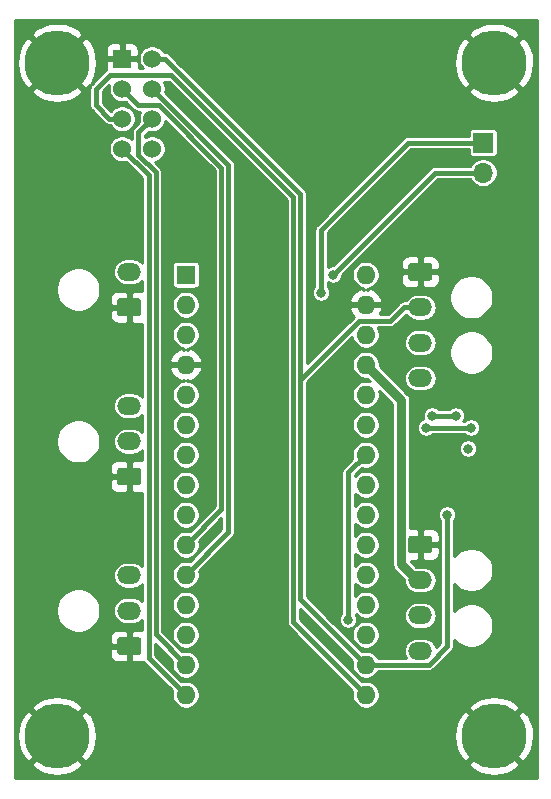
<source format=gbr>
G04 #@! TF.GenerationSoftware,KiCad,Pcbnew,(5.1.5)-3*
G04 #@! TF.CreationDate,2020-05-08T22:00:03-06:00*
G04 #@! TF.ProjectId,fluid,666c7569-642e-46b6-9963-61645f706362,rev?*
G04 #@! TF.SameCoordinates,Original*
G04 #@! TF.FileFunction,Copper,L2,Bot*
G04 #@! TF.FilePolarity,Positive*
%FSLAX46Y46*%
G04 Gerber Fmt 4.6, Leading zero omitted, Abs format (unit mm)*
G04 Created by KiCad (PCBNEW (5.1.5)-3) date 2020-05-08 22:00:03*
%MOMM*%
%LPD*%
G04 APERTURE LIST*
%ADD10O,2.020000X1.500000*%
%ADD11C,0.100000*%
%ADD12R,1.600000X1.600000*%
%ADD13O,1.600000X1.600000*%
%ADD14C,5.500000*%
%ADD15R,1.524000X1.524000*%
%ADD16C,1.524000*%
%ADD17R,1.700000X1.700000*%
%ADD18O,1.700000X1.700000*%
%ADD19C,0.800000*%
%ADD20C,0.381000*%
%ADD21C,0.762000*%
%ADD22C,0.254000*%
G04 APERTURE END LIST*
D10*
X70104000Y-132382000D03*
X70104000Y-135382000D03*
G04 #@! TA.AperFunction,ComponentPad*
D11*
G36*
X70888504Y-137633204D02*
G01*
X70912773Y-137636804D01*
X70936571Y-137642765D01*
X70959671Y-137651030D01*
X70981849Y-137661520D01*
X71002893Y-137674133D01*
X71022598Y-137688747D01*
X71040777Y-137705223D01*
X71057253Y-137723402D01*
X71071867Y-137743107D01*
X71084480Y-137764151D01*
X71094970Y-137786329D01*
X71103235Y-137809429D01*
X71109196Y-137833227D01*
X71112796Y-137857496D01*
X71114000Y-137882000D01*
X71114000Y-138882000D01*
X71112796Y-138906504D01*
X71109196Y-138930773D01*
X71103235Y-138954571D01*
X71094970Y-138977671D01*
X71084480Y-138999849D01*
X71071867Y-139020893D01*
X71057253Y-139040598D01*
X71040777Y-139058777D01*
X71022598Y-139075253D01*
X71002893Y-139089867D01*
X70981849Y-139102480D01*
X70959671Y-139112970D01*
X70936571Y-139121235D01*
X70912773Y-139127196D01*
X70888504Y-139130796D01*
X70864000Y-139132000D01*
X69344000Y-139132000D01*
X69319496Y-139130796D01*
X69295227Y-139127196D01*
X69271429Y-139121235D01*
X69248329Y-139112970D01*
X69226151Y-139102480D01*
X69205107Y-139089867D01*
X69185402Y-139075253D01*
X69167223Y-139058777D01*
X69150747Y-139040598D01*
X69136133Y-139020893D01*
X69123520Y-138999849D01*
X69113030Y-138977671D01*
X69104765Y-138954571D01*
X69098804Y-138930773D01*
X69095204Y-138906504D01*
X69094000Y-138882000D01*
X69094000Y-137882000D01*
X69095204Y-137857496D01*
X69098804Y-137833227D01*
X69104765Y-137809429D01*
X69113030Y-137786329D01*
X69123520Y-137764151D01*
X69136133Y-137743107D01*
X69150747Y-137723402D01*
X69167223Y-137705223D01*
X69185402Y-137688747D01*
X69205107Y-137674133D01*
X69226151Y-137661520D01*
X69248329Y-137651030D01*
X69271429Y-137642765D01*
X69295227Y-137636804D01*
X69319496Y-137633204D01*
X69344000Y-137632000D01*
X70864000Y-137632000D01*
X70888504Y-137633204D01*
G37*
G04 #@! TD.AperFunction*
D12*
X74890000Y-106934000D03*
D13*
X90130000Y-139954000D03*
X74890000Y-109474000D03*
X90130000Y-137414000D03*
X74890000Y-112014000D03*
X90130000Y-134874000D03*
X74890000Y-114554000D03*
X90130000Y-132334000D03*
X74890000Y-117094000D03*
X90130000Y-129794000D03*
X74890000Y-119634000D03*
X90130000Y-127254000D03*
X74890000Y-122174000D03*
X90130000Y-124714000D03*
X74890000Y-124714000D03*
X90130000Y-122174000D03*
X74890000Y-127254000D03*
X90130000Y-119634000D03*
X74890000Y-129794000D03*
X90130000Y-117094000D03*
X74890000Y-132334000D03*
X90130000Y-114554000D03*
X74890000Y-134874000D03*
X90130000Y-112014000D03*
X74890000Y-137414000D03*
X90130000Y-109474000D03*
X74890000Y-139954000D03*
X90130000Y-106934000D03*
X74890000Y-142494000D03*
X90130000Y-142494000D03*
D14*
X64000000Y-146000000D03*
X64000000Y-89000000D03*
X101000000Y-89000000D03*
X101000000Y-146000000D03*
G04 #@! TA.AperFunction,ComponentPad*
D11*
G36*
X70888504Y-108945204D02*
G01*
X70912773Y-108948804D01*
X70936571Y-108954765D01*
X70959671Y-108963030D01*
X70981849Y-108973520D01*
X71002893Y-108986133D01*
X71022598Y-109000747D01*
X71040777Y-109017223D01*
X71057253Y-109035402D01*
X71071867Y-109055107D01*
X71084480Y-109076151D01*
X71094970Y-109098329D01*
X71103235Y-109121429D01*
X71109196Y-109145227D01*
X71112796Y-109169496D01*
X71114000Y-109194000D01*
X71114000Y-110194000D01*
X71112796Y-110218504D01*
X71109196Y-110242773D01*
X71103235Y-110266571D01*
X71094970Y-110289671D01*
X71084480Y-110311849D01*
X71071867Y-110332893D01*
X71057253Y-110352598D01*
X71040777Y-110370777D01*
X71022598Y-110387253D01*
X71002893Y-110401867D01*
X70981849Y-110414480D01*
X70959671Y-110424970D01*
X70936571Y-110433235D01*
X70912773Y-110439196D01*
X70888504Y-110442796D01*
X70864000Y-110444000D01*
X69344000Y-110444000D01*
X69319496Y-110442796D01*
X69295227Y-110439196D01*
X69271429Y-110433235D01*
X69248329Y-110424970D01*
X69226151Y-110414480D01*
X69205107Y-110401867D01*
X69185402Y-110387253D01*
X69167223Y-110370777D01*
X69150747Y-110352598D01*
X69136133Y-110332893D01*
X69123520Y-110311849D01*
X69113030Y-110289671D01*
X69104765Y-110266571D01*
X69098804Y-110242773D01*
X69095204Y-110218504D01*
X69094000Y-110194000D01*
X69094000Y-109194000D01*
X69095204Y-109169496D01*
X69098804Y-109145227D01*
X69104765Y-109121429D01*
X69113030Y-109098329D01*
X69123520Y-109076151D01*
X69136133Y-109055107D01*
X69150747Y-109035402D01*
X69167223Y-109017223D01*
X69185402Y-109000747D01*
X69205107Y-108986133D01*
X69226151Y-108973520D01*
X69248329Y-108963030D01*
X69271429Y-108954765D01*
X69295227Y-108948804D01*
X69319496Y-108945204D01*
X69344000Y-108944000D01*
X70864000Y-108944000D01*
X70888504Y-108945204D01*
G37*
G04 #@! TD.AperFunction*
D10*
X70104000Y-106694000D03*
D15*
X69500000Y-88646000D03*
D16*
X72040000Y-88646000D03*
X69500000Y-91186000D03*
X72040000Y-91186000D03*
X69500000Y-93726000D03*
X72040000Y-93726000D03*
X69500000Y-96266000D03*
X72040000Y-96266000D03*
G04 #@! TA.AperFunction,ComponentPad*
D11*
G36*
X70888504Y-123289204D02*
G01*
X70912773Y-123292804D01*
X70936571Y-123298765D01*
X70959671Y-123307030D01*
X70981849Y-123317520D01*
X71002893Y-123330133D01*
X71022598Y-123344747D01*
X71040777Y-123361223D01*
X71057253Y-123379402D01*
X71071867Y-123399107D01*
X71084480Y-123420151D01*
X71094970Y-123442329D01*
X71103235Y-123465429D01*
X71109196Y-123489227D01*
X71112796Y-123513496D01*
X71114000Y-123538000D01*
X71114000Y-124538000D01*
X71112796Y-124562504D01*
X71109196Y-124586773D01*
X71103235Y-124610571D01*
X71094970Y-124633671D01*
X71084480Y-124655849D01*
X71071867Y-124676893D01*
X71057253Y-124696598D01*
X71040777Y-124714777D01*
X71022598Y-124731253D01*
X71002893Y-124745867D01*
X70981849Y-124758480D01*
X70959671Y-124768970D01*
X70936571Y-124777235D01*
X70912773Y-124783196D01*
X70888504Y-124786796D01*
X70864000Y-124788000D01*
X69344000Y-124788000D01*
X69319496Y-124786796D01*
X69295227Y-124783196D01*
X69271429Y-124777235D01*
X69248329Y-124768970D01*
X69226151Y-124758480D01*
X69205107Y-124745867D01*
X69185402Y-124731253D01*
X69167223Y-124714777D01*
X69150747Y-124696598D01*
X69136133Y-124676893D01*
X69123520Y-124655849D01*
X69113030Y-124633671D01*
X69104765Y-124610571D01*
X69098804Y-124586773D01*
X69095204Y-124562504D01*
X69094000Y-124538000D01*
X69094000Y-123538000D01*
X69095204Y-123513496D01*
X69098804Y-123489227D01*
X69104765Y-123465429D01*
X69113030Y-123442329D01*
X69123520Y-123420151D01*
X69136133Y-123399107D01*
X69150747Y-123379402D01*
X69167223Y-123361223D01*
X69185402Y-123344747D01*
X69205107Y-123330133D01*
X69226151Y-123317520D01*
X69248329Y-123307030D01*
X69271429Y-123298765D01*
X69295227Y-123292804D01*
X69319496Y-123289204D01*
X69344000Y-123288000D01*
X70864000Y-123288000D01*
X70888504Y-123289204D01*
G37*
G04 #@! TD.AperFunction*
D10*
X70104000Y-121038000D03*
X70104000Y-118038000D03*
G04 #@! TA.AperFunction,ComponentPad*
D11*
G36*
X95526504Y-129045204D02*
G01*
X95550773Y-129048804D01*
X95574571Y-129054765D01*
X95597671Y-129063030D01*
X95619849Y-129073520D01*
X95640893Y-129086133D01*
X95660598Y-129100747D01*
X95678777Y-129117223D01*
X95695253Y-129135402D01*
X95709867Y-129155107D01*
X95722480Y-129176151D01*
X95732970Y-129198329D01*
X95741235Y-129221429D01*
X95747196Y-129245227D01*
X95750796Y-129269496D01*
X95752000Y-129294000D01*
X95752000Y-130294000D01*
X95750796Y-130318504D01*
X95747196Y-130342773D01*
X95741235Y-130366571D01*
X95732970Y-130389671D01*
X95722480Y-130411849D01*
X95709867Y-130432893D01*
X95695253Y-130452598D01*
X95678777Y-130470777D01*
X95660598Y-130487253D01*
X95640893Y-130501867D01*
X95619849Y-130514480D01*
X95597671Y-130524970D01*
X95574571Y-130533235D01*
X95550773Y-130539196D01*
X95526504Y-130542796D01*
X95502000Y-130544000D01*
X93982000Y-130544000D01*
X93957496Y-130542796D01*
X93933227Y-130539196D01*
X93909429Y-130533235D01*
X93886329Y-130524970D01*
X93864151Y-130514480D01*
X93843107Y-130501867D01*
X93823402Y-130487253D01*
X93805223Y-130470777D01*
X93788747Y-130452598D01*
X93774133Y-130432893D01*
X93761520Y-130411849D01*
X93751030Y-130389671D01*
X93742765Y-130366571D01*
X93736804Y-130342773D01*
X93733204Y-130318504D01*
X93732000Y-130294000D01*
X93732000Y-129294000D01*
X93733204Y-129269496D01*
X93736804Y-129245227D01*
X93742765Y-129221429D01*
X93751030Y-129198329D01*
X93761520Y-129176151D01*
X93774133Y-129155107D01*
X93788747Y-129135402D01*
X93805223Y-129117223D01*
X93823402Y-129100747D01*
X93843107Y-129086133D01*
X93864151Y-129073520D01*
X93886329Y-129063030D01*
X93909429Y-129054765D01*
X93933227Y-129048804D01*
X93957496Y-129045204D01*
X93982000Y-129044000D01*
X95502000Y-129044000D01*
X95526504Y-129045204D01*
G37*
G04 #@! TD.AperFunction*
D10*
X94742000Y-132794000D03*
X94742000Y-135794000D03*
X94742000Y-138794000D03*
X94742000Y-115694000D03*
X94742000Y-112694000D03*
X94742000Y-109694000D03*
G04 #@! TA.AperFunction,ComponentPad*
D11*
G36*
X95526504Y-105945204D02*
G01*
X95550773Y-105948804D01*
X95574571Y-105954765D01*
X95597671Y-105963030D01*
X95619849Y-105973520D01*
X95640893Y-105986133D01*
X95660598Y-106000747D01*
X95678777Y-106017223D01*
X95695253Y-106035402D01*
X95709867Y-106055107D01*
X95722480Y-106076151D01*
X95732970Y-106098329D01*
X95741235Y-106121429D01*
X95747196Y-106145227D01*
X95750796Y-106169496D01*
X95752000Y-106194000D01*
X95752000Y-107194000D01*
X95750796Y-107218504D01*
X95747196Y-107242773D01*
X95741235Y-107266571D01*
X95732970Y-107289671D01*
X95722480Y-107311849D01*
X95709867Y-107332893D01*
X95695253Y-107352598D01*
X95678777Y-107370777D01*
X95660598Y-107387253D01*
X95640893Y-107401867D01*
X95619849Y-107414480D01*
X95597671Y-107424970D01*
X95574571Y-107433235D01*
X95550773Y-107439196D01*
X95526504Y-107442796D01*
X95502000Y-107444000D01*
X93982000Y-107444000D01*
X93957496Y-107442796D01*
X93933227Y-107439196D01*
X93909429Y-107433235D01*
X93886329Y-107424970D01*
X93864151Y-107414480D01*
X93843107Y-107401867D01*
X93823402Y-107387253D01*
X93805223Y-107370777D01*
X93788747Y-107352598D01*
X93774133Y-107332893D01*
X93761520Y-107311849D01*
X93751030Y-107289671D01*
X93742765Y-107266571D01*
X93736804Y-107242773D01*
X93733204Y-107218504D01*
X93732000Y-107194000D01*
X93732000Y-106194000D01*
X93733204Y-106169496D01*
X93736804Y-106145227D01*
X93742765Y-106121429D01*
X93751030Y-106098329D01*
X93761520Y-106076151D01*
X93774133Y-106055107D01*
X93788747Y-106035402D01*
X93805223Y-106017223D01*
X93823402Y-106000747D01*
X93843107Y-105986133D01*
X93864151Y-105973520D01*
X93886329Y-105963030D01*
X93909429Y-105954765D01*
X93933227Y-105948804D01*
X93957496Y-105945204D01*
X93982000Y-105944000D01*
X95502000Y-105944000D01*
X95526504Y-105945204D01*
G37*
G04 #@! TD.AperFunction*
D17*
X100076000Y-95758000D03*
D18*
X100076000Y-98298000D03*
D19*
X97028000Y-127254000D03*
X81534000Y-115062000D03*
X82296000Y-128778000D03*
X86741000Y-93091000D03*
X99314000Y-126746000D03*
X62992000Y-114808000D03*
X62738000Y-129286000D03*
X83058000Y-137414000D03*
X92964000Y-114300000D03*
X92456000Y-111760000D03*
X88646000Y-136144000D03*
X95250000Y-119888000D03*
X99060000Y-119888000D03*
X87376000Y-106934000D03*
X86360000Y-108458000D03*
X98806000Y-121666000D03*
X97752509Y-118872000D03*
X95758000Y-118872000D03*
D20*
X84582000Y-134406000D02*
X90130000Y-139954000D01*
X72040000Y-88646000D02*
X73117630Y-88646000D01*
X73117630Y-88646000D02*
X84582000Y-100110370D01*
X89582501Y-110823499D02*
X84582000Y-115824000D01*
X92221501Y-110823499D02*
X89582501Y-110823499D01*
X93351000Y-109694000D02*
X92221501Y-110823499D01*
X94742000Y-109694000D02*
X93351000Y-109694000D01*
X84582000Y-100110370D02*
X84582000Y-115824000D01*
X84582000Y-115824000D02*
X84582000Y-134406000D01*
X95454924Y-139954000D02*
X97028000Y-138380924D01*
X90130000Y-139954000D02*
X95454924Y-139954000D01*
X97028000Y-138380924D02*
X97028000Y-127254000D01*
X77904990Y-97872662D02*
X77904990Y-126779010D01*
X72605827Y-92573499D02*
X77904990Y-97872662D01*
X77904990Y-126779010D02*
X74890000Y-129794000D01*
X69500000Y-91186000D02*
X70887499Y-92573499D01*
X70887499Y-92573499D02*
X72605827Y-92573499D01*
X72040000Y-91186000D02*
X78486000Y-97632000D01*
X78486000Y-128738000D02*
X74890000Y-132334000D01*
X78486000Y-97632000D02*
X78486000Y-128738000D01*
X70887499Y-96831827D02*
X72339520Y-98283848D01*
X72040000Y-93726000D02*
X70887499Y-94878501D01*
X70887499Y-94878501D02*
X70887499Y-96831827D01*
X72339520Y-137403520D02*
X74890000Y-139954000D01*
X72339520Y-98283848D02*
X72339520Y-137403520D01*
X74090001Y-141694001D02*
X74890000Y-142494000D01*
X71758510Y-139362510D02*
X74090001Y-141694001D01*
X71758510Y-98524510D02*
X71758510Y-139362510D01*
X69500000Y-96266000D02*
X71758510Y-98524510D01*
X73683457Y-90033499D02*
X84000990Y-100351032D01*
X68422370Y-93726000D02*
X67310000Y-92613630D01*
X84000990Y-136364990D02*
X90130000Y-142494000D01*
X69500000Y-93726000D02*
X68422370Y-93726000D01*
X67310000Y-92613630D02*
X67310000Y-91186000D01*
X84000990Y-100351032D02*
X84000990Y-136364990D01*
X67310000Y-91186000D02*
X68462501Y-90033499D01*
X68462501Y-90033499D02*
X73683457Y-90033499D01*
X90130000Y-122174000D02*
X88646000Y-123658000D01*
X88646000Y-123658000D02*
X88646000Y-136144000D01*
X95250000Y-119888000D02*
X99060000Y-119888000D01*
D21*
X94742000Y-132794000D02*
X94482000Y-132794000D01*
X91511001Y-115935001D02*
X90130000Y-114554000D01*
X94482000Y-132794000D02*
X93150990Y-131462990D01*
X93150990Y-131462990D02*
X93150990Y-117574990D01*
X93150990Y-117574990D02*
X90130000Y-114554000D01*
D20*
X96012000Y-98298000D02*
X87376000Y-106934000D01*
X96012000Y-98298000D02*
X100076000Y-98298000D01*
X86360000Y-108458000D02*
X86360000Y-103124000D01*
X86360000Y-103124000D02*
X93726000Y-95758000D01*
X93726000Y-95758000D02*
X100076000Y-95758000D01*
X95758000Y-118872000D02*
X97752509Y-118872000D01*
D22*
G36*
X104594000Y-149594000D02*
G01*
X60406000Y-149594000D01*
X60406000Y-148380928D01*
X61798677Y-148380928D01*
X62104859Y-148824503D01*
X62692306Y-149139954D01*
X63330008Y-149334740D01*
X63993457Y-149401372D01*
X64657158Y-149337292D01*
X65295605Y-149144962D01*
X65884262Y-148831772D01*
X65895141Y-148824503D01*
X66201323Y-148380928D01*
X98798677Y-148380928D01*
X99104859Y-148824503D01*
X99692306Y-149139954D01*
X100330008Y-149334740D01*
X100993457Y-149401372D01*
X101657158Y-149337292D01*
X102295605Y-149144962D01*
X102884262Y-148831772D01*
X102895141Y-148824503D01*
X103201323Y-148380928D01*
X101000000Y-146179605D01*
X98798677Y-148380928D01*
X66201323Y-148380928D01*
X64000000Y-146179605D01*
X61798677Y-148380928D01*
X60406000Y-148380928D01*
X60406000Y-145993457D01*
X60598628Y-145993457D01*
X60662708Y-146657158D01*
X60855038Y-147295605D01*
X61168228Y-147884262D01*
X61175497Y-147895141D01*
X61619072Y-148201323D01*
X63820395Y-146000000D01*
X64179605Y-146000000D01*
X66380928Y-148201323D01*
X66824503Y-147895141D01*
X67139954Y-147307694D01*
X67334740Y-146669992D01*
X67401372Y-146006543D01*
X67400109Y-145993457D01*
X97598628Y-145993457D01*
X97662708Y-146657158D01*
X97855038Y-147295605D01*
X98168228Y-147884262D01*
X98175497Y-147895141D01*
X98619072Y-148201323D01*
X100820395Y-146000000D01*
X101179605Y-146000000D01*
X103380928Y-148201323D01*
X103824503Y-147895141D01*
X104139954Y-147307694D01*
X104334740Y-146669992D01*
X104401372Y-146006543D01*
X104337292Y-145342842D01*
X104144962Y-144704395D01*
X103831772Y-144115738D01*
X103824503Y-144104859D01*
X103380928Y-143798677D01*
X101179605Y-146000000D01*
X100820395Y-146000000D01*
X98619072Y-143798677D01*
X98175497Y-144104859D01*
X97860046Y-144692306D01*
X97665260Y-145330008D01*
X97598628Y-145993457D01*
X67400109Y-145993457D01*
X67337292Y-145342842D01*
X67144962Y-144704395D01*
X66831772Y-144115738D01*
X66824503Y-144104859D01*
X66380928Y-143798677D01*
X64179605Y-146000000D01*
X63820395Y-146000000D01*
X61619072Y-143798677D01*
X61175497Y-144104859D01*
X60860046Y-144692306D01*
X60665260Y-145330008D01*
X60598628Y-145993457D01*
X60406000Y-145993457D01*
X60406000Y-143619072D01*
X61798677Y-143619072D01*
X64000000Y-145820395D01*
X66201323Y-143619072D01*
X65895141Y-143175497D01*
X65307694Y-142860046D01*
X64669992Y-142665260D01*
X64006543Y-142598628D01*
X63342842Y-142662708D01*
X62704395Y-142855038D01*
X62115738Y-143168228D01*
X62104859Y-143175497D01*
X61798677Y-143619072D01*
X60406000Y-143619072D01*
X60406000Y-139132000D01*
X68455928Y-139132000D01*
X68468188Y-139256482D01*
X68504498Y-139376180D01*
X68563463Y-139486494D01*
X68642815Y-139583185D01*
X68739506Y-139662537D01*
X68849820Y-139721502D01*
X68969518Y-139757812D01*
X69094000Y-139770072D01*
X69818250Y-139767000D01*
X69977000Y-139608250D01*
X69977000Y-138509000D01*
X68617750Y-138509000D01*
X68459000Y-138667750D01*
X68455928Y-139132000D01*
X60406000Y-139132000D01*
X60406000Y-137632000D01*
X68455928Y-137632000D01*
X68459000Y-138096250D01*
X68617750Y-138255000D01*
X69977000Y-138255000D01*
X69977000Y-137155750D01*
X69818250Y-136997000D01*
X69094000Y-136993928D01*
X68969518Y-137006188D01*
X68849820Y-137042498D01*
X68739506Y-137101463D01*
X68642815Y-137180815D01*
X68563463Y-137277506D01*
X68504498Y-137387820D01*
X68468188Y-137507518D01*
X68455928Y-137632000D01*
X60406000Y-137632000D01*
X60406000Y-135196738D01*
X63903000Y-135196738D01*
X63903000Y-135567262D01*
X63975286Y-135930667D01*
X64117080Y-136272987D01*
X64322932Y-136581067D01*
X64584933Y-136843068D01*
X64893013Y-137048920D01*
X65235333Y-137190714D01*
X65598738Y-137263000D01*
X65969262Y-137263000D01*
X66332667Y-137190714D01*
X66674987Y-137048920D01*
X66983067Y-136843068D01*
X67245068Y-136581067D01*
X67450920Y-136272987D01*
X67592714Y-135930667D01*
X67665000Y-135567262D01*
X67665000Y-135196738D01*
X67592714Y-134833333D01*
X67450920Y-134491013D01*
X67245068Y-134182933D01*
X66983067Y-133920932D01*
X66674987Y-133715080D01*
X66332667Y-133573286D01*
X65969262Y-133501000D01*
X65598738Y-133501000D01*
X65235333Y-133573286D01*
X64893013Y-133715080D01*
X64584933Y-133920932D01*
X64322932Y-134182933D01*
X64117080Y-134491013D01*
X63975286Y-134833333D01*
X63903000Y-135196738D01*
X60406000Y-135196738D01*
X60406000Y-124788000D01*
X68455928Y-124788000D01*
X68468188Y-124912482D01*
X68504498Y-125032180D01*
X68563463Y-125142494D01*
X68642815Y-125239185D01*
X68739506Y-125318537D01*
X68849820Y-125377502D01*
X68969518Y-125413812D01*
X69094000Y-125426072D01*
X69818250Y-125423000D01*
X69977000Y-125264250D01*
X69977000Y-124165000D01*
X68617750Y-124165000D01*
X68459000Y-124323750D01*
X68455928Y-124788000D01*
X60406000Y-124788000D01*
X60406000Y-123288000D01*
X68455928Y-123288000D01*
X68459000Y-123752250D01*
X68617750Y-123911000D01*
X69977000Y-123911000D01*
X69977000Y-122811750D01*
X69818250Y-122653000D01*
X69094000Y-122649928D01*
X68969518Y-122662188D01*
X68849820Y-122698498D01*
X68739506Y-122757463D01*
X68642815Y-122836815D01*
X68563463Y-122933506D01*
X68504498Y-123043820D01*
X68468188Y-123163518D01*
X68455928Y-123288000D01*
X60406000Y-123288000D01*
X60406000Y-120852738D01*
X63903000Y-120852738D01*
X63903000Y-121223262D01*
X63975286Y-121586667D01*
X64117080Y-121928987D01*
X64322932Y-122237067D01*
X64584933Y-122499068D01*
X64893013Y-122704920D01*
X65235333Y-122846714D01*
X65598738Y-122919000D01*
X65969262Y-122919000D01*
X66332667Y-122846714D01*
X66674987Y-122704920D01*
X66983067Y-122499068D01*
X67245068Y-122237067D01*
X67450920Y-121928987D01*
X67592714Y-121586667D01*
X67665000Y-121223262D01*
X67665000Y-120852738D01*
X67592714Y-120489333D01*
X67450920Y-120147013D01*
X67245068Y-119838933D01*
X66983067Y-119576932D01*
X66674987Y-119371080D01*
X66332667Y-119229286D01*
X65969262Y-119157000D01*
X65598738Y-119157000D01*
X65235333Y-119229286D01*
X64893013Y-119371080D01*
X64584933Y-119576932D01*
X64322932Y-119838933D01*
X64117080Y-120147013D01*
X63975286Y-120489333D01*
X63903000Y-120852738D01*
X60406000Y-120852738D01*
X60406000Y-110444000D01*
X68455928Y-110444000D01*
X68468188Y-110568482D01*
X68504498Y-110688180D01*
X68563463Y-110798494D01*
X68642815Y-110895185D01*
X68739506Y-110974537D01*
X68849820Y-111033502D01*
X68969518Y-111069812D01*
X69094000Y-111082072D01*
X69818250Y-111079000D01*
X69977000Y-110920250D01*
X69977000Y-109821000D01*
X68617750Y-109821000D01*
X68459000Y-109979750D01*
X68455928Y-110444000D01*
X60406000Y-110444000D01*
X60406000Y-108008738D01*
X63903000Y-108008738D01*
X63903000Y-108379262D01*
X63975286Y-108742667D01*
X64117080Y-109084987D01*
X64322932Y-109393067D01*
X64584933Y-109655068D01*
X64893013Y-109860920D01*
X65235333Y-110002714D01*
X65598738Y-110075000D01*
X65969262Y-110075000D01*
X66332667Y-110002714D01*
X66674987Y-109860920D01*
X66983067Y-109655068D01*
X67245068Y-109393067D01*
X67450920Y-109084987D01*
X67509318Y-108944000D01*
X68455928Y-108944000D01*
X68459000Y-109408250D01*
X68617750Y-109567000D01*
X69977000Y-109567000D01*
X69977000Y-108467750D01*
X69818250Y-108309000D01*
X69094000Y-108305928D01*
X68969518Y-108318188D01*
X68849820Y-108354498D01*
X68739506Y-108413463D01*
X68642815Y-108492815D01*
X68563463Y-108589506D01*
X68504498Y-108699820D01*
X68468188Y-108819518D01*
X68455928Y-108944000D01*
X67509318Y-108944000D01*
X67592714Y-108742667D01*
X67665000Y-108379262D01*
X67665000Y-108008738D01*
X67592714Y-107645333D01*
X67450920Y-107303013D01*
X67245068Y-106994933D01*
X66983067Y-106732932D01*
X66674987Y-106527080D01*
X66332667Y-106385286D01*
X65969262Y-106313000D01*
X65598738Y-106313000D01*
X65235333Y-106385286D01*
X64893013Y-106527080D01*
X64584933Y-106732932D01*
X64322932Y-106994933D01*
X64117080Y-107303013D01*
X63975286Y-107645333D01*
X63903000Y-108008738D01*
X60406000Y-108008738D01*
X60406000Y-91380928D01*
X61798677Y-91380928D01*
X62104859Y-91824503D01*
X62692306Y-92139954D01*
X63330008Y-92334740D01*
X63993457Y-92401372D01*
X64657158Y-92337292D01*
X65295605Y-92144962D01*
X65884262Y-91831772D01*
X65895141Y-91824503D01*
X66201323Y-91380928D01*
X64000000Y-89179605D01*
X61798677Y-91380928D01*
X60406000Y-91380928D01*
X60406000Y-88993457D01*
X60598628Y-88993457D01*
X60662708Y-89657158D01*
X60855038Y-90295605D01*
X61168228Y-90884262D01*
X61175497Y-90895141D01*
X61619072Y-91201323D01*
X63820395Y-89000000D01*
X64179605Y-89000000D01*
X66380928Y-91201323D01*
X66813328Y-90902855D01*
X66779448Y-90966239D01*
X66746769Y-91073967D01*
X66735735Y-91186000D01*
X66738501Y-91214084D01*
X66738500Y-92585555D01*
X66735735Y-92613630D01*
X66738500Y-92641703D01*
X66746769Y-92725663D01*
X66779448Y-92833391D01*
X66832516Y-92932674D01*
X66903933Y-93019697D01*
X66925748Y-93037600D01*
X67998406Y-94110260D01*
X68016303Y-94132067D01*
X68038107Y-94149961D01*
X68038109Y-94149963D01*
X68103325Y-94203484D01*
X68202608Y-94256552D01*
X68310336Y-94289231D01*
X68422370Y-94300265D01*
X68450444Y-94297500D01*
X68507190Y-94297500D01*
X68612174Y-94454620D01*
X68771380Y-94613826D01*
X68958587Y-94738913D01*
X69166599Y-94825075D01*
X69387424Y-94869000D01*
X69612576Y-94869000D01*
X69833401Y-94825075D01*
X70041413Y-94738913D01*
X70228620Y-94613826D01*
X70387826Y-94454620D01*
X70512913Y-94267413D01*
X70599075Y-94059401D01*
X70643000Y-93838576D01*
X70643000Y-93613424D01*
X70599075Y-93392599D01*
X70512913Y-93184587D01*
X70387826Y-92997380D01*
X70228620Y-92838174D01*
X70041413Y-92713087D01*
X69833401Y-92626925D01*
X69612576Y-92583000D01*
X69387424Y-92583000D01*
X69166599Y-92626925D01*
X68958587Y-92713087D01*
X68771380Y-92838174D01*
X68612174Y-92997380D01*
X68568034Y-93063441D01*
X67881500Y-92376908D01*
X67881500Y-91422722D01*
X68388336Y-90915886D01*
X68357000Y-91073424D01*
X68357000Y-91298576D01*
X68400925Y-91519401D01*
X68487087Y-91727413D01*
X68612174Y-91914620D01*
X68771380Y-92073826D01*
X68958587Y-92198913D01*
X69166599Y-92285075D01*
X69387424Y-92329000D01*
X69612576Y-92329000D01*
X69797912Y-92292134D01*
X70463533Y-92957756D01*
X70481432Y-92979566D01*
X70530332Y-93019697D01*
X70568454Y-93050983D01*
X70667737Y-93104051D01*
X70775465Y-93136730D01*
X70887499Y-93147764D01*
X70915573Y-93144999D01*
X71053539Y-93144999D01*
X71027087Y-93184587D01*
X70940925Y-93392599D01*
X70897000Y-93613424D01*
X70897000Y-93838576D01*
X70933866Y-94023912D01*
X70503247Y-94454531D01*
X70481432Y-94472434D01*
X70414248Y-94554299D01*
X70410015Y-94559457D01*
X70356947Y-94658740D01*
X70324268Y-94766468D01*
X70313234Y-94878501D01*
X70315999Y-94906576D01*
X70315999Y-95465553D01*
X70228620Y-95378174D01*
X70041413Y-95253087D01*
X69833401Y-95166925D01*
X69612576Y-95123000D01*
X69387424Y-95123000D01*
X69166599Y-95166925D01*
X68958587Y-95253087D01*
X68771380Y-95378174D01*
X68612174Y-95537380D01*
X68487087Y-95724587D01*
X68400925Y-95932599D01*
X68357000Y-96153424D01*
X68357000Y-96378576D01*
X68400925Y-96599401D01*
X68487087Y-96807413D01*
X68612174Y-96994620D01*
X68771380Y-97153826D01*
X68958587Y-97278913D01*
X69166599Y-97365075D01*
X69387424Y-97409000D01*
X69612576Y-97409000D01*
X69797912Y-97372134D01*
X71187010Y-98761233D01*
X71187010Y-105914036D01*
X71167607Y-105890393D01*
X70995390Y-105749058D01*
X70798909Y-105644037D01*
X70585715Y-105579365D01*
X70419558Y-105563000D01*
X69788442Y-105563000D01*
X69622285Y-105579365D01*
X69409091Y-105644037D01*
X69212610Y-105749058D01*
X69040393Y-105890393D01*
X68899058Y-106062610D01*
X68794037Y-106259091D01*
X68729365Y-106472285D01*
X68707528Y-106694000D01*
X68729365Y-106915715D01*
X68794037Y-107128909D01*
X68899058Y-107325390D01*
X69040393Y-107497607D01*
X69212610Y-107638942D01*
X69409091Y-107743963D01*
X69622285Y-107808635D01*
X69788442Y-107825000D01*
X70419558Y-107825000D01*
X70585715Y-107808635D01*
X70798909Y-107743963D01*
X70995390Y-107638942D01*
X71167607Y-107497607D01*
X71187010Y-107473964D01*
X71187010Y-108313119D01*
X71114000Y-108305928D01*
X70389750Y-108309000D01*
X70231000Y-108467750D01*
X70231000Y-109567000D01*
X70251000Y-109567000D01*
X70251000Y-109821000D01*
X70231000Y-109821000D01*
X70231000Y-110920250D01*
X70389750Y-111079000D01*
X71114000Y-111082072D01*
X71187010Y-111074881D01*
X71187010Y-117258036D01*
X71167607Y-117234393D01*
X70995390Y-117093058D01*
X70798909Y-116988037D01*
X70585715Y-116923365D01*
X70419558Y-116907000D01*
X69788442Y-116907000D01*
X69622285Y-116923365D01*
X69409091Y-116988037D01*
X69212610Y-117093058D01*
X69040393Y-117234393D01*
X68899058Y-117406610D01*
X68794037Y-117603091D01*
X68729365Y-117816285D01*
X68707528Y-118038000D01*
X68729365Y-118259715D01*
X68794037Y-118472909D01*
X68899058Y-118669390D01*
X69040393Y-118841607D01*
X69212610Y-118982942D01*
X69409091Y-119087963D01*
X69622285Y-119152635D01*
X69788442Y-119169000D01*
X70419558Y-119169000D01*
X70585715Y-119152635D01*
X70798909Y-119087963D01*
X70995390Y-118982942D01*
X71167607Y-118841607D01*
X71187010Y-118817964D01*
X71187011Y-120258036D01*
X71167607Y-120234393D01*
X70995390Y-120093058D01*
X70798909Y-119988037D01*
X70585715Y-119923365D01*
X70419558Y-119907000D01*
X69788442Y-119907000D01*
X69622285Y-119923365D01*
X69409091Y-119988037D01*
X69212610Y-120093058D01*
X69040393Y-120234393D01*
X68899058Y-120406610D01*
X68794037Y-120603091D01*
X68729365Y-120816285D01*
X68707528Y-121038000D01*
X68729365Y-121259715D01*
X68794037Y-121472909D01*
X68899058Y-121669390D01*
X69040393Y-121841607D01*
X69212610Y-121982942D01*
X69409091Y-122087963D01*
X69622285Y-122152635D01*
X69788442Y-122169000D01*
X70419558Y-122169000D01*
X70585715Y-122152635D01*
X70798909Y-122087963D01*
X70995390Y-121982942D01*
X71167607Y-121841607D01*
X71187011Y-121817964D01*
X71187011Y-122657119D01*
X71114000Y-122649928D01*
X70389750Y-122653000D01*
X70231000Y-122811750D01*
X70231000Y-123911000D01*
X70251000Y-123911000D01*
X70251000Y-124165000D01*
X70231000Y-124165000D01*
X70231000Y-125264250D01*
X70389750Y-125423000D01*
X71114000Y-125426072D01*
X71187011Y-125418881D01*
X71187011Y-131602037D01*
X71167607Y-131578393D01*
X70995390Y-131437058D01*
X70798909Y-131332037D01*
X70585715Y-131267365D01*
X70419558Y-131251000D01*
X69788442Y-131251000D01*
X69622285Y-131267365D01*
X69409091Y-131332037D01*
X69212610Y-131437058D01*
X69040393Y-131578393D01*
X68899058Y-131750610D01*
X68794037Y-131947091D01*
X68729365Y-132160285D01*
X68707528Y-132382000D01*
X68729365Y-132603715D01*
X68794037Y-132816909D01*
X68899058Y-133013390D01*
X69040393Y-133185607D01*
X69212610Y-133326942D01*
X69409091Y-133431963D01*
X69622285Y-133496635D01*
X69788442Y-133513000D01*
X70419558Y-133513000D01*
X70585715Y-133496635D01*
X70798909Y-133431963D01*
X70995390Y-133326942D01*
X71167607Y-133185607D01*
X71187011Y-133161963D01*
X71187011Y-134602037D01*
X71167607Y-134578393D01*
X70995390Y-134437058D01*
X70798909Y-134332037D01*
X70585715Y-134267365D01*
X70419558Y-134251000D01*
X69788442Y-134251000D01*
X69622285Y-134267365D01*
X69409091Y-134332037D01*
X69212610Y-134437058D01*
X69040393Y-134578393D01*
X68899058Y-134750610D01*
X68794037Y-134947091D01*
X68729365Y-135160285D01*
X68707528Y-135382000D01*
X68729365Y-135603715D01*
X68794037Y-135816909D01*
X68899058Y-136013390D01*
X69040393Y-136185607D01*
X69212610Y-136326942D01*
X69409091Y-136431963D01*
X69622285Y-136496635D01*
X69788442Y-136513000D01*
X70419558Y-136513000D01*
X70585715Y-136496635D01*
X70798909Y-136431963D01*
X70995390Y-136326942D01*
X71167607Y-136185607D01*
X71187011Y-136161963D01*
X71187011Y-137001119D01*
X71114000Y-136993928D01*
X70389750Y-136997000D01*
X70231000Y-137155750D01*
X70231000Y-138255000D01*
X70251000Y-138255000D01*
X70251000Y-138509000D01*
X70231000Y-138509000D01*
X70231000Y-139608250D01*
X70389750Y-139767000D01*
X71114000Y-139770072D01*
X71238482Y-139757812D01*
X71322655Y-139732279D01*
X71352444Y-139768577D01*
X71374254Y-139786476D01*
X73705740Y-142117963D01*
X73705745Y-142117967D01*
X73751550Y-142163772D01*
X73709000Y-142377682D01*
X73709000Y-142610318D01*
X73754386Y-142838485D01*
X73843412Y-143053413D01*
X73972658Y-143246843D01*
X74137157Y-143411342D01*
X74330587Y-143540588D01*
X74545515Y-143629614D01*
X74773682Y-143675000D01*
X75006318Y-143675000D01*
X75234485Y-143629614D01*
X75449413Y-143540588D01*
X75642843Y-143411342D01*
X75807342Y-143246843D01*
X75936588Y-143053413D01*
X76025614Y-142838485D01*
X76071000Y-142610318D01*
X76071000Y-142377682D01*
X76025614Y-142149515D01*
X75936588Y-141934587D01*
X75807342Y-141741157D01*
X75642843Y-141576658D01*
X75449413Y-141447412D01*
X75234485Y-141358386D01*
X75006318Y-141313000D01*
X74773682Y-141313000D01*
X74559772Y-141355550D01*
X74513967Y-141309745D01*
X74513963Y-141309740D01*
X72330010Y-139125788D01*
X72330010Y-138202232D01*
X73751550Y-139623773D01*
X73709000Y-139837682D01*
X73709000Y-140070318D01*
X73754386Y-140298485D01*
X73843412Y-140513413D01*
X73972658Y-140706843D01*
X74137157Y-140871342D01*
X74330587Y-141000588D01*
X74545515Y-141089614D01*
X74773682Y-141135000D01*
X75006318Y-141135000D01*
X75234485Y-141089614D01*
X75449413Y-141000588D01*
X75642843Y-140871342D01*
X75807342Y-140706843D01*
X75936588Y-140513413D01*
X76025614Y-140298485D01*
X76071000Y-140070318D01*
X76071000Y-139837682D01*
X76025614Y-139609515D01*
X75936588Y-139394587D01*
X75807342Y-139201157D01*
X75642843Y-139036658D01*
X75449413Y-138907412D01*
X75234485Y-138818386D01*
X75006318Y-138773000D01*
X74773682Y-138773000D01*
X74559773Y-138815550D01*
X73041905Y-137297682D01*
X73709000Y-137297682D01*
X73709000Y-137530318D01*
X73754386Y-137758485D01*
X73843412Y-137973413D01*
X73972658Y-138166843D01*
X74137157Y-138331342D01*
X74330587Y-138460588D01*
X74545515Y-138549614D01*
X74773682Y-138595000D01*
X75006318Y-138595000D01*
X75234485Y-138549614D01*
X75449413Y-138460588D01*
X75642843Y-138331342D01*
X75807342Y-138166843D01*
X75936588Y-137973413D01*
X76025614Y-137758485D01*
X76071000Y-137530318D01*
X76071000Y-137297682D01*
X76025614Y-137069515D01*
X75936588Y-136854587D01*
X75807342Y-136661157D01*
X75642843Y-136496658D01*
X75449413Y-136367412D01*
X75234485Y-136278386D01*
X75006318Y-136233000D01*
X74773682Y-136233000D01*
X74545515Y-136278386D01*
X74330587Y-136367412D01*
X74137157Y-136496658D01*
X73972658Y-136661157D01*
X73843412Y-136854587D01*
X73754386Y-137069515D01*
X73709000Y-137297682D01*
X73041905Y-137297682D01*
X72911020Y-137166798D01*
X72911020Y-134757682D01*
X73709000Y-134757682D01*
X73709000Y-134990318D01*
X73754386Y-135218485D01*
X73843412Y-135433413D01*
X73972658Y-135626843D01*
X74137157Y-135791342D01*
X74330587Y-135920588D01*
X74545515Y-136009614D01*
X74773682Y-136055000D01*
X75006318Y-136055000D01*
X75234485Y-136009614D01*
X75449413Y-135920588D01*
X75642843Y-135791342D01*
X75807342Y-135626843D01*
X75936588Y-135433413D01*
X76025614Y-135218485D01*
X76071000Y-134990318D01*
X76071000Y-134757682D01*
X76025614Y-134529515D01*
X75936588Y-134314587D01*
X75807342Y-134121157D01*
X75642843Y-133956658D01*
X75449413Y-133827412D01*
X75234485Y-133738386D01*
X75006318Y-133693000D01*
X74773682Y-133693000D01*
X74545515Y-133738386D01*
X74330587Y-133827412D01*
X74137157Y-133956658D01*
X73972658Y-134121157D01*
X73843412Y-134314587D01*
X73754386Y-134529515D01*
X73709000Y-134757682D01*
X72911020Y-134757682D01*
X72911020Y-127137682D01*
X73709000Y-127137682D01*
X73709000Y-127370318D01*
X73754386Y-127598485D01*
X73843412Y-127813413D01*
X73972658Y-128006843D01*
X74137157Y-128171342D01*
X74330587Y-128300588D01*
X74545515Y-128389614D01*
X74773682Y-128435000D01*
X75006318Y-128435000D01*
X75234485Y-128389614D01*
X75449413Y-128300588D01*
X75642843Y-128171342D01*
X75807342Y-128006843D01*
X75936588Y-127813413D01*
X76025614Y-127598485D01*
X76071000Y-127370318D01*
X76071000Y-127137682D01*
X76025614Y-126909515D01*
X75936588Y-126694587D01*
X75807342Y-126501157D01*
X75642843Y-126336658D01*
X75449413Y-126207412D01*
X75234485Y-126118386D01*
X75006318Y-126073000D01*
X74773682Y-126073000D01*
X74545515Y-126118386D01*
X74330587Y-126207412D01*
X74137157Y-126336658D01*
X73972658Y-126501157D01*
X73843412Y-126694587D01*
X73754386Y-126909515D01*
X73709000Y-127137682D01*
X72911020Y-127137682D01*
X72911020Y-124597682D01*
X73709000Y-124597682D01*
X73709000Y-124830318D01*
X73754386Y-125058485D01*
X73843412Y-125273413D01*
X73972658Y-125466843D01*
X74137157Y-125631342D01*
X74330587Y-125760588D01*
X74545515Y-125849614D01*
X74773682Y-125895000D01*
X75006318Y-125895000D01*
X75234485Y-125849614D01*
X75449413Y-125760588D01*
X75642843Y-125631342D01*
X75807342Y-125466843D01*
X75936588Y-125273413D01*
X76025614Y-125058485D01*
X76071000Y-124830318D01*
X76071000Y-124597682D01*
X76025614Y-124369515D01*
X75936588Y-124154587D01*
X75807342Y-123961157D01*
X75642843Y-123796658D01*
X75449413Y-123667412D01*
X75234485Y-123578386D01*
X75006318Y-123533000D01*
X74773682Y-123533000D01*
X74545515Y-123578386D01*
X74330587Y-123667412D01*
X74137157Y-123796658D01*
X73972658Y-123961157D01*
X73843412Y-124154587D01*
X73754386Y-124369515D01*
X73709000Y-124597682D01*
X72911020Y-124597682D01*
X72911020Y-122057682D01*
X73709000Y-122057682D01*
X73709000Y-122290318D01*
X73754386Y-122518485D01*
X73843412Y-122733413D01*
X73972658Y-122926843D01*
X74137157Y-123091342D01*
X74330587Y-123220588D01*
X74545515Y-123309614D01*
X74773682Y-123355000D01*
X75006318Y-123355000D01*
X75234485Y-123309614D01*
X75449413Y-123220588D01*
X75642843Y-123091342D01*
X75807342Y-122926843D01*
X75936588Y-122733413D01*
X76025614Y-122518485D01*
X76071000Y-122290318D01*
X76071000Y-122057682D01*
X76025614Y-121829515D01*
X75936588Y-121614587D01*
X75807342Y-121421157D01*
X75642843Y-121256658D01*
X75449413Y-121127412D01*
X75234485Y-121038386D01*
X75006318Y-120993000D01*
X74773682Y-120993000D01*
X74545515Y-121038386D01*
X74330587Y-121127412D01*
X74137157Y-121256658D01*
X73972658Y-121421157D01*
X73843412Y-121614587D01*
X73754386Y-121829515D01*
X73709000Y-122057682D01*
X72911020Y-122057682D01*
X72911020Y-119517682D01*
X73709000Y-119517682D01*
X73709000Y-119750318D01*
X73754386Y-119978485D01*
X73843412Y-120193413D01*
X73972658Y-120386843D01*
X74137157Y-120551342D01*
X74330587Y-120680588D01*
X74545515Y-120769614D01*
X74773682Y-120815000D01*
X75006318Y-120815000D01*
X75234485Y-120769614D01*
X75449413Y-120680588D01*
X75642843Y-120551342D01*
X75807342Y-120386843D01*
X75936588Y-120193413D01*
X76025614Y-119978485D01*
X76071000Y-119750318D01*
X76071000Y-119517682D01*
X76025614Y-119289515D01*
X75936588Y-119074587D01*
X75807342Y-118881157D01*
X75642843Y-118716658D01*
X75449413Y-118587412D01*
X75234485Y-118498386D01*
X75006318Y-118453000D01*
X74773682Y-118453000D01*
X74545515Y-118498386D01*
X74330587Y-118587412D01*
X74137157Y-118716658D01*
X73972658Y-118881157D01*
X73843412Y-119074587D01*
X73754386Y-119289515D01*
X73709000Y-119517682D01*
X72911020Y-119517682D01*
X72911020Y-114903039D01*
X73498096Y-114903039D01*
X73538754Y-115037087D01*
X73658963Y-115291420D01*
X73826481Y-115517414D01*
X74034869Y-115706385D01*
X74276119Y-115851070D01*
X74540960Y-115945909D01*
X74762998Y-115824625D01*
X74762998Y-115915125D01*
X74545515Y-115958386D01*
X74330587Y-116047412D01*
X74137157Y-116176658D01*
X73972658Y-116341157D01*
X73843412Y-116534587D01*
X73754386Y-116749515D01*
X73709000Y-116977682D01*
X73709000Y-117210318D01*
X73754386Y-117438485D01*
X73843412Y-117653413D01*
X73972658Y-117846843D01*
X74137157Y-118011342D01*
X74330587Y-118140588D01*
X74545515Y-118229614D01*
X74773682Y-118275000D01*
X75006318Y-118275000D01*
X75234485Y-118229614D01*
X75449413Y-118140588D01*
X75642843Y-118011342D01*
X75807342Y-117846843D01*
X75936588Y-117653413D01*
X76025614Y-117438485D01*
X76071000Y-117210318D01*
X76071000Y-116977682D01*
X76025614Y-116749515D01*
X75936588Y-116534587D01*
X75807342Y-116341157D01*
X75642843Y-116176658D01*
X75449413Y-116047412D01*
X75234485Y-115958386D01*
X75017002Y-115915125D01*
X75017002Y-115824625D01*
X75239040Y-115945909D01*
X75503881Y-115851070D01*
X75745131Y-115706385D01*
X75953519Y-115517414D01*
X76121037Y-115291420D01*
X76241246Y-115037087D01*
X76281904Y-114903039D01*
X76159915Y-114681000D01*
X75017000Y-114681000D01*
X75017000Y-114701000D01*
X74763000Y-114701000D01*
X74763000Y-114681000D01*
X73620085Y-114681000D01*
X73498096Y-114903039D01*
X72911020Y-114903039D01*
X72911020Y-114204961D01*
X73498096Y-114204961D01*
X73620085Y-114427000D01*
X74763000Y-114427000D01*
X74763000Y-114407000D01*
X75017000Y-114407000D01*
X75017000Y-114427000D01*
X76159915Y-114427000D01*
X76281904Y-114204961D01*
X76241246Y-114070913D01*
X76121037Y-113816580D01*
X75953519Y-113590586D01*
X75745131Y-113401615D01*
X75503881Y-113256930D01*
X75239040Y-113162091D01*
X75017002Y-113283375D01*
X75017002Y-113192875D01*
X75234485Y-113149614D01*
X75449413Y-113060588D01*
X75642843Y-112931342D01*
X75807342Y-112766843D01*
X75936588Y-112573413D01*
X76025614Y-112358485D01*
X76071000Y-112130318D01*
X76071000Y-111897682D01*
X76025614Y-111669515D01*
X75936588Y-111454587D01*
X75807342Y-111261157D01*
X75642843Y-111096658D01*
X75449413Y-110967412D01*
X75234485Y-110878386D01*
X75006318Y-110833000D01*
X74773682Y-110833000D01*
X74545515Y-110878386D01*
X74330587Y-110967412D01*
X74137157Y-111096658D01*
X73972658Y-111261157D01*
X73843412Y-111454587D01*
X73754386Y-111669515D01*
X73709000Y-111897682D01*
X73709000Y-112130318D01*
X73754386Y-112358485D01*
X73843412Y-112573413D01*
X73972658Y-112766843D01*
X74137157Y-112931342D01*
X74330587Y-113060588D01*
X74545515Y-113149614D01*
X74762998Y-113192875D01*
X74762998Y-113283375D01*
X74540960Y-113162091D01*
X74276119Y-113256930D01*
X74034869Y-113401615D01*
X73826481Y-113590586D01*
X73658963Y-113816580D01*
X73538754Y-114070913D01*
X73498096Y-114204961D01*
X72911020Y-114204961D01*
X72911020Y-109357682D01*
X73709000Y-109357682D01*
X73709000Y-109590318D01*
X73754386Y-109818485D01*
X73843412Y-110033413D01*
X73972658Y-110226843D01*
X74137157Y-110391342D01*
X74330587Y-110520588D01*
X74545515Y-110609614D01*
X74773682Y-110655000D01*
X75006318Y-110655000D01*
X75234485Y-110609614D01*
X75449413Y-110520588D01*
X75642843Y-110391342D01*
X75807342Y-110226843D01*
X75936588Y-110033413D01*
X76025614Y-109818485D01*
X76071000Y-109590318D01*
X76071000Y-109357682D01*
X76025614Y-109129515D01*
X75936588Y-108914587D01*
X75807342Y-108721157D01*
X75642843Y-108556658D01*
X75449413Y-108427412D01*
X75234485Y-108338386D01*
X75006318Y-108293000D01*
X74773682Y-108293000D01*
X74545515Y-108338386D01*
X74330587Y-108427412D01*
X74137157Y-108556658D01*
X73972658Y-108721157D01*
X73843412Y-108914587D01*
X73754386Y-109129515D01*
X73709000Y-109357682D01*
X72911020Y-109357682D01*
X72911020Y-106134000D01*
X73707157Y-106134000D01*
X73707157Y-107734000D01*
X73714513Y-107808689D01*
X73736299Y-107880508D01*
X73771678Y-107946696D01*
X73819289Y-108004711D01*
X73877304Y-108052322D01*
X73943492Y-108087701D01*
X74015311Y-108109487D01*
X74090000Y-108116843D01*
X75690000Y-108116843D01*
X75764689Y-108109487D01*
X75836508Y-108087701D01*
X75902696Y-108052322D01*
X75960711Y-108004711D01*
X76008322Y-107946696D01*
X76043701Y-107880508D01*
X76065487Y-107808689D01*
X76072843Y-107734000D01*
X76072843Y-106134000D01*
X76065487Y-106059311D01*
X76043701Y-105987492D01*
X76008322Y-105921304D01*
X75960711Y-105863289D01*
X75902696Y-105815678D01*
X75836508Y-105780299D01*
X75764689Y-105758513D01*
X75690000Y-105751157D01*
X74090000Y-105751157D01*
X74015311Y-105758513D01*
X73943492Y-105780299D01*
X73877304Y-105815678D01*
X73819289Y-105863289D01*
X73771678Y-105921304D01*
X73736299Y-105987492D01*
X73714513Y-106059311D01*
X73707157Y-106134000D01*
X72911020Y-106134000D01*
X72911020Y-98311922D01*
X72913785Y-98283848D01*
X72902751Y-98171814D01*
X72870072Y-98064086D01*
X72817004Y-97964803D01*
X72805712Y-97951044D01*
X72745587Y-97877781D01*
X72723778Y-97859883D01*
X72252932Y-97389038D01*
X72373401Y-97365075D01*
X72581413Y-97278913D01*
X72768620Y-97153826D01*
X72927826Y-96994620D01*
X73052913Y-96807413D01*
X73139075Y-96599401D01*
X73183000Y-96378576D01*
X73183000Y-96153424D01*
X73139075Y-95932599D01*
X73052913Y-95724587D01*
X72927826Y-95537380D01*
X72768620Y-95378174D01*
X72581413Y-95253087D01*
X72373401Y-95166925D01*
X72152576Y-95123000D01*
X71927424Y-95123000D01*
X71706599Y-95166925D01*
X71498587Y-95253087D01*
X71458999Y-95279539D01*
X71458999Y-95115223D01*
X71742088Y-94832134D01*
X71927424Y-94869000D01*
X72152576Y-94869000D01*
X72373401Y-94825075D01*
X72581413Y-94738913D01*
X72768620Y-94613826D01*
X72927826Y-94454620D01*
X73052913Y-94267413D01*
X73139075Y-94059401D01*
X73163038Y-93938932D01*
X77333490Y-98109385D01*
X77333491Y-126542285D01*
X75220228Y-128655550D01*
X75006318Y-128613000D01*
X74773682Y-128613000D01*
X74545515Y-128658386D01*
X74330587Y-128747412D01*
X74137157Y-128876658D01*
X73972658Y-129041157D01*
X73843412Y-129234587D01*
X73754386Y-129449515D01*
X73709000Y-129677682D01*
X73709000Y-129910318D01*
X73754386Y-130138485D01*
X73843412Y-130353413D01*
X73972658Y-130546843D01*
X74137157Y-130711342D01*
X74330587Y-130840588D01*
X74545515Y-130929614D01*
X74773682Y-130975000D01*
X75006318Y-130975000D01*
X75234485Y-130929614D01*
X75449413Y-130840588D01*
X75642843Y-130711342D01*
X75807342Y-130546843D01*
X75936588Y-130353413D01*
X76025614Y-130138485D01*
X76071000Y-129910318D01*
X76071000Y-129677682D01*
X76028450Y-129463772D01*
X77914501Y-127577723D01*
X77914501Y-128501276D01*
X75220228Y-131195550D01*
X75006318Y-131153000D01*
X74773682Y-131153000D01*
X74545515Y-131198386D01*
X74330587Y-131287412D01*
X74137157Y-131416658D01*
X73972658Y-131581157D01*
X73843412Y-131774587D01*
X73754386Y-131989515D01*
X73709000Y-132217682D01*
X73709000Y-132450318D01*
X73754386Y-132678485D01*
X73843412Y-132893413D01*
X73972658Y-133086843D01*
X74137157Y-133251342D01*
X74330587Y-133380588D01*
X74545515Y-133469614D01*
X74773682Y-133515000D01*
X75006318Y-133515000D01*
X75234485Y-133469614D01*
X75449413Y-133380588D01*
X75642843Y-133251342D01*
X75807342Y-133086843D01*
X75936588Y-132893413D01*
X76025614Y-132678485D01*
X76071000Y-132450318D01*
X76071000Y-132217682D01*
X76028450Y-132003772D01*
X78870257Y-129161966D01*
X78892067Y-129144067D01*
X78963484Y-129057045D01*
X79016552Y-128957762D01*
X79049231Y-128850034D01*
X79057500Y-128766074D01*
X79060265Y-128738000D01*
X79057500Y-128709926D01*
X79057500Y-97660074D01*
X79060265Y-97632000D01*
X79049231Y-97519966D01*
X79016552Y-97412238D01*
X78963484Y-97312955D01*
X78960493Y-97309311D01*
X78892067Y-97225933D01*
X78870258Y-97208035D01*
X73146134Y-91483912D01*
X73183000Y-91298576D01*
X73183000Y-91073424D01*
X73139075Y-90852599D01*
X73052913Y-90644587D01*
X73026461Y-90604999D01*
X73446735Y-90604999D01*
X83429490Y-100587755D01*
X83429491Y-136336906D01*
X83426725Y-136364990D01*
X83437759Y-136477023D01*
X83470438Y-136584751D01*
X83500963Y-136641859D01*
X83523507Y-136684035D01*
X83594924Y-136771057D01*
X83616734Y-136788956D01*
X88991550Y-142163773D01*
X88949000Y-142377682D01*
X88949000Y-142610318D01*
X88994386Y-142838485D01*
X89083412Y-143053413D01*
X89212658Y-143246843D01*
X89377157Y-143411342D01*
X89570587Y-143540588D01*
X89785515Y-143629614D01*
X90013682Y-143675000D01*
X90246318Y-143675000D01*
X90474485Y-143629614D01*
X90499935Y-143619072D01*
X98798677Y-143619072D01*
X101000000Y-145820395D01*
X103201323Y-143619072D01*
X102895141Y-143175497D01*
X102307694Y-142860046D01*
X101669992Y-142665260D01*
X101006543Y-142598628D01*
X100342842Y-142662708D01*
X99704395Y-142855038D01*
X99115738Y-143168228D01*
X99104859Y-143175497D01*
X98798677Y-143619072D01*
X90499935Y-143619072D01*
X90689413Y-143540588D01*
X90882843Y-143411342D01*
X91047342Y-143246843D01*
X91176588Y-143053413D01*
X91265614Y-142838485D01*
X91311000Y-142610318D01*
X91311000Y-142377682D01*
X91265614Y-142149515D01*
X91176588Y-141934587D01*
X91047342Y-141741157D01*
X90882843Y-141576658D01*
X90689413Y-141447412D01*
X90474485Y-141358386D01*
X90246318Y-141313000D01*
X90013682Y-141313000D01*
X89799773Y-141355550D01*
X84572490Y-136128268D01*
X84572490Y-135204712D01*
X88991550Y-139623773D01*
X88949000Y-139837682D01*
X88949000Y-140070318D01*
X88994386Y-140298485D01*
X89083412Y-140513413D01*
X89212658Y-140706843D01*
X89377157Y-140871342D01*
X89570587Y-141000588D01*
X89785515Y-141089614D01*
X90013682Y-141135000D01*
X90246318Y-141135000D01*
X90474485Y-141089614D01*
X90689413Y-141000588D01*
X90882843Y-140871342D01*
X91047342Y-140706843D01*
X91168512Y-140525500D01*
X95426850Y-140525500D01*
X95454924Y-140528265D01*
X95482998Y-140525500D01*
X95566958Y-140517231D01*
X95674686Y-140484552D01*
X95773969Y-140431484D01*
X95860991Y-140360067D01*
X95878894Y-140338252D01*
X97412258Y-138804889D01*
X97434067Y-138786991D01*
X97505484Y-138699969D01*
X97558552Y-138600686D01*
X97591231Y-138492958D01*
X97599500Y-138408998D01*
X97599500Y-138408997D01*
X97602265Y-138380925D01*
X97599500Y-138352853D01*
X97599500Y-137840924D01*
X97600932Y-137843067D01*
X97862933Y-138105068D01*
X98171013Y-138310920D01*
X98513333Y-138452714D01*
X98876738Y-138525000D01*
X99247262Y-138525000D01*
X99610667Y-138452714D01*
X99952987Y-138310920D01*
X100261067Y-138105068D01*
X100523068Y-137843067D01*
X100728920Y-137534987D01*
X100870714Y-137192667D01*
X100943000Y-136829262D01*
X100943000Y-136458738D01*
X100870714Y-136095333D01*
X100728920Y-135753013D01*
X100523068Y-135444933D01*
X100261067Y-135182932D01*
X99952987Y-134977080D01*
X99610667Y-134835286D01*
X99247262Y-134763000D01*
X98876738Y-134763000D01*
X98513333Y-134835286D01*
X98171013Y-134977080D01*
X97862933Y-135182932D01*
X97600932Y-135444933D01*
X97599500Y-135447076D01*
X97599500Y-133140924D01*
X97600932Y-133143067D01*
X97862933Y-133405068D01*
X98171013Y-133610920D01*
X98513333Y-133752714D01*
X98876738Y-133825000D01*
X99247262Y-133825000D01*
X99610667Y-133752714D01*
X99952987Y-133610920D01*
X100261067Y-133405068D01*
X100523068Y-133143067D01*
X100728920Y-132834987D01*
X100870714Y-132492667D01*
X100943000Y-132129262D01*
X100943000Y-131758738D01*
X100870714Y-131395333D01*
X100728920Y-131053013D01*
X100523068Y-130744933D01*
X100261067Y-130482932D01*
X99952987Y-130277080D01*
X99610667Y-130135286D01*
X99247262Y-130063000D01*
X98876738Y-130063000D01*
X98513333Y-130135286D01*
X98171013Y-130277080D01*
X97862933Y-130482932D01*
X97600932Y-130744933D01*
X97599500Y-130747076D01*
X97599500Y-127787001D01*
X97634642Y-127751859D01*
X97720113Y-127623942D01*
X97778987Y-127481809D01*
X97809000Y-127330922D01*
X97809000Y-127177078D01*
X97778987Y-127026191D01*
X97720113Y-126884058D01*
X97634642Y-126756141D01*
X97525859Y-126647358D01*
X97397942Y-126561887D01*
X97255809Y-126503013D01*
X97104922Y-126473000D01*
X96951078Y-126473000D01*
X96800191Y-126503013D01*
X96658058Y-126561887D01*
X96530141Y-126647358D01*
X96421358Y-126756141D01*
X96335887Y-126884058D01*
X96277013Y-127026191D01*
X96247000Y-127177078D01*
X96247000Y-127330922D01*
X96277013Y-127481809D01*
X96335887Y-127623942D01*
X96421358Y-127751859D01*
X96456501Y-127787002D01*
X96456500Y-138144201D01*
X96096103Y-138504599D01*
X96051963Y-138359091D01*
X95946942Y-138162610D01*
X95805607Y-137990393D01*
X95633390Y-137849058D01*
X95436909Y-137744037D01*
X95223715Y-137679365D01*
X95057558Y-137663000D01*
X94426442Y-137663000D01*
X94260285Y-137679365D01*
X94047091Y-137744037D01*
X93850610Y-137849058D01*
X93678393Y-137990393D01*
X93537058Y-138162610D01*
X93432037Y-138359091D01*
X93367365Y-138572285D01*
X93345528Y-138794000D01*
X93367365Y-139015715D01*
X93432037Y-139228909D01*
X93514133Y-139382500D01*
X91168512Y-139382500D01*
X91047342Y-139201157D01*
X90882843Y-139036658D01*
X90689413Y-138907412D01*
X90474485Y-138818386D01*
X90246318Y-138773000D01*
X90013682Y-138773000D01*
X89799773Y-138815550D01*
X87051301Y-136067078D01*
X87865000Y-136067078D01*
X87865000Y-136220922D01*
X87895013Y-136371809D01*
X87953887Y-136513942D01*
X88039358Y-136641859D01*
X88148141Y-136750642D01*
X88276058Y-136836113D01*
X88418191Y-136894987D01*
X88569078Y-136925000D01*
X88722922Y-136925000D01*
X88873809Y-136894987D01*
X89015942Y-136836113D01*
X89143859Y-136750642D01*
X89171003Y-136723498D01*
X89083412Y-136854587D01*
X88994386Y-137069515D01*
X88949000Y-137297682D01*
X88949000Y-137530318D01*
X88994386Y-137758485D01*
X89083412Y-137973413D01*
X89212658Y-138166843D01*
X89377157Y-138331342D01*
X89570587Y-138460588D01*
X89785515Y-138549614D01*
X90013682Y-138595000D01*
X90246318Y-138595000D01*
X90474485Y-138549614D01*
X90689413Y-138460588D01*
X90882843Y-138331342D01*
X91047342Y-138166843D01*
X91176588Y-137973413D01*
X91265614Y-137758485D01*
X91311000Y-137530318D01*
X91311000Y-137297682D01*
X91265614Y-137069515D01*
X91176588Y-136854587D01*
X91047342Y-136661157D01*
X90882843Y-136496658D01*
X90689413Y-136367412D01*
X90474485Y-136278386D01*
X90246318Y-136233000D01*
X90013682Y-136233000D01*
X89785515Y-136278386D01*
X89570587Y-136367412D01*
X89377157Y-136496658D01*
X89294296Y-136579519D01*
X89338113Y-136513942D01*
X89396987Y-136371809D01*
X89427000Y-136220922D01*
X89427000Y-136067078D01*
X89396987Y-135916191D01*
X89338113Y-135774058D01*
X89294296Y-135708481D01*
X89377157Y-135791342D01*
X89570587Y-135920588D01*
X89785515Y-136009614D01*
X90013682Y-136055000D01*
X90246318Y-136055000D01*
X90474485Y-136009614D01*
X90689413Y-135920588D01*
X90878865Y-135794000D01*
X93345528Y-135794000D01*
X93367365Y-136015715D01*
X93432037Y-136228909D01*
X93537058Y-136425390D01*
X93678393Y-136597607D01*
X93850610Y-136738942D01*
X94047091Y-136843963D01*
X94260285Y-136908635D01*
X94426442Y-136925000D01*
X95057558Y-136925000D01*
X95223715Y-136908635D01*
X95436909Y-136843963D01*
X95633390Y-136738942D01*
X95805607Y-136597607D01*
X95946942Y-136425390D01*
X96051963Y-136228909D01*
X96116635Y-136015715D01*
X96138472Y-135794000D01*
X96116635Y-135572285D01*
X96051963Y-135359091D01*
X95946942Y-135162610D01*
X95805607Y-134990393D01*
X95633390Y-134849058D01*
X95436909Y-134744037D01*
X95223715Y-134679365D01*
X95057558Y-134663000D01*
X94426442Y-134663000D01*
X94260285Y-134679365D01*
X94047091Y-134744037D01*
X93850610Y-134849058D01*
X93678393Y-134990393D01*
X93537058Y-135162610D01*
X93432037Y-135359091D01*
X93367365Y-135572285D01*
X93345528Y-135794000D01*
X90878865Y-135794000D01*
X90882843Y-135791342D01*
X91047342Y-135626843D01*
X91176588Y-135433413D01*
X91265614Y-135218485D01*
X91311000Y-134990318D01*
X91311000Y-134757682D01*
X91265614Y-134529515D01*
X91176588Y-134314587D01*
X91047342Y-134121157D01*
X90882843Y-133956658D01*
X90689413Y-133827412D01*
X90474485Y-133738386D01*
X90246318Y-133693000D01*
X90013682Y-133693000D01*
X89785515Y-133738386D01*
X89570587Y-133827412D01*
X89377157Y-133956658D01*
X89217500Y-134116315D01*
X89217500Y-133091685D01*
X89377157Y-133251342D01*
X89570587Y-133380588D01*
X89785515Y-133469614D01*
X90013682Y-133515000D01*
X90246318Y-133515000D01*
X90474485Y-133469614D01*
X90689413Y-133380588D01*
X90882843Y-133251342D01*
X91047342Y-133086843D01*
X91176588Y-132893413D01*
X91265614Y-132678485D01*
X91311000Y-132450318D01*
X91311000Y-132217682D01*
X91265614Y-131989515D01*
X91176588Y-131774587D01*
X91047342Y-131581157D01*
X90882843Y-131416658D01*
X90689413Y-131287412D01*
X90474485Y-131198386D01*
X90246318Y-131153000D01*
X90013682Y-131153000D01*
X89785515Y-131198386D01*
X89570587Y-131287412D01*
X89377157Y-131416658D01*
X89217500Y-131576315D01*
X89217500Y-130551685D01*
X89377157Y-130711342D01*
X89570587Y-130840588D01*
X89785515Y-130929614D01*
X90013682Y-130975000D01*
X90246318Y-130975000D01*
X90474485Y-130929614D01*
X90689413Y-130840588D01*
X90882843Y-130711342D01*
X91047342Y-130546843D01*
X91176588Y-130353413D01*
X91265614Y-130138485D01*
X91311000Y-129910318D01*
X91311000Y-129677682D01*
X91265614Y-129449515D01*
X91176588Y-129234587D01*
X91047342Y-129041157D01*
X90882843Y-128876658D01*
X90689413Y-128747412D01*
X90474485Y-128658386D01*
X90246318Y-128613000D01*
X90013682Y-128613000D01*
X89785515Y-128658386D01*
X89570587Y-128747412D01*
X89377157Y-128876658D01*
X89217500Y-129036315D01*
X89217500Y-128011685D01*
X89377157Y-128171342D01*
X89570587Y-128300588D01*
X89785515Y-128389614D01*
X90013682Y-128435000D01*
X90246318Y-128435000D01*
X90474485Y-128389614D01*
X90689413Y-128300588D01*
X90882843Y-128171342D01*
X91047342Y-128006843D01*
X91176588Y-127813413D01*
X91265614Y-127598485D01*
X91311000Y-127370318D01*
X91311000Y-127137682D01*
X91265614Y-126909515D01*
X91176588Y-126694587D01*
X91047342Y-126501157D01*
X90882843Y-126336658D01*
X90689413Y-126207412D01*
X90474485Y-126118386D01*
X90246318Y-126073000D01*
X90013682Y-126073000D01*
X89785515Y-126118386D01*
X89570587Y-126207412D01*
X89377157Y-126336658D01*
X89217500Y-126496315D01*
X89217500Y-125471685D01*
X89377157Y-125631342D01*
X89570587Y-125760588D01*
X89785515Y-125849614D01*
X90013682Y-125895000D01*
X90246318Y-125895000D01*
X90474485Y-125849614D01*
X90689413Y-125760588D01*
X90882843Y-125631342D01*
X91047342Y-125466843D01*
X91176588Y-125273413D01*
X91265614Y-125058485D01*
X91311000Y-124830318D01*
X91311000Y-124597682D01*
X91265614Y-124369515D01*
X91176588Y-124154587D01*
X91047342Y-123961157D01*
X90882843Y-123796658D01*
X90689413Y-123667412D01*
X90474485Y-123578386D01*
X90246318Y-123533000D01*
X90013682Y-123533000D01*
X89785515Y-123578386D01*
X89570587Y-123667412D01*
X89377157Y-123796658D01*
X89217500Y-123956315D01*
X89217500Y-123894722D01*
X89799772Y-123312450D01*
X90013682Y-123355000D01*
X90246318Y-123355000D01*
X90474485Y-123309614D01*
X90689413Y-123220588D01*
X90882843Y-123091342D01*
X91047342Y-122926843D01*
X91176588Y-122733413D01*
X91265614Y-122518485D01*
X91311000Y-122290318D01*
X91311000Y-122057682D01*
X91265614Y-121829515D01*
X91176588Y-121614587D01*
X91047342Y-121421157D01*
X90882843Y-121256658D01*
X90689413Y-121127412D01*
X90474485Y-121038386D01*
X90246318Y-120993000D01*
X90013682Y-120993000D01*
X89785515Y-121038386D01*
X89570587Y-121127412D01*
X89377157Y-121256658D01*
X89212658Y-121421157D01*
X89083412Y-121614587D01*
X88994386Y-121829515D01*
X88949000Y-122057682D01*
X88949000Y-122290318D01*
X88991550Y-122504228D01*
X88261748Y-123234030D01*
X88239933Y-123251933D01*
X88168517Y-123338955D01*
X88168516Y-123338956D01*
X88115448Y-123438239D01*
X88082769Y-123545967D01*
X88071735Y-123658000D01*
X88074500Y-123686074D01*
X88074501Y-135610998D01*
X88039358Y-135646141D01*
X87953887Y-135774058D01*
X87895013Y-135916191D01*
X87865000Y-136067078D01*
X87051301Y-136067078D01*
X85153500Y-134169278D01*
X85153500Y-119517682D01*
X88949000Y-119517682D01*
X88949000Y-119750318D01*
X88994386Y-119978485D01*
X89083412Y-120193413D01*
X89212658Y-120386843D01*
X89377157Y-120551342D01*
X89570587Y-120680588D01*
X89785515Y-120769614D01*
X90013682Y-120815000D01*
X90246318Y-120815000D01*
X90474485Y-120769614D01*
X90689413Y-120680588D01*
X90882843Y-120551342D01*
X91047342Y-120386843D01*
X91176588Y-120193413D01*
X91265614Y-119978485D01*
X91311000Y-119750318D01*
X91311000Y-119517682D01*
X91265614Y-119289515D01*
X91176588Y-119074587D01*
X91047342Y-118881157D01*
X90882843Y-118716658D01*
X90689413Y-118587412D01*
X90474485Y-118498386D01*
X90246318Y-118453000D01*
X90013682Y-118453000D01*
X89785515Y-118498386D01*
X89570587Y-118587412D01*
X89377157Y-118716658D01*
X89212658Y-118881157D01*
X89083412Y-119074587D01*
X88994386Y-119289515D01*
X88949000Y-119517682D01*
X85153500Y-119517682D01*
X85153500Y-116060722D01*
X86776540Y-114437682D01*
X88949000Y-114437682D01*
X88949000Y-114670318D01*
X88994386Y-114898485D01*
X89083412Y-115113413D01*
X89212658Y-115306843D01*
X89377157Y-115471342D01*
X89570587Y-115600588D01*
X89785515Y-115689614D01*
X90013682Y-115735000D01*
X90233370Y-115735000D01*
X90452353Y-115953984D01*
X90246318Y-115913000D01*
X90013682Y-115913000D01*
X89785515Y-115958386D01*
X89570587Y-116047412D01*
X89377157Y-116176658D01*
X89212658Y-116341157D01*
X89083412Y-116534587D01*
X88994386Y-116749515D01*
X88949000Y-116977682D01*
X88949000Y-117210318D01*
X88994386Y-117438485D01*
X89083412Y-117653413D01*
X89212658Y-117846843D01*
X89377157Y-118011342D01*
X89570587Y-118140588D01*
X89785515Y-118229614D01*
X90013682Y-118275000D01*
X90246318Y-118275000D01*
X90474485Y-118229614D01*
X90689413Y-118140588D01*
X90882843Y-118011342D01*
X91047342Y-117846843D01*
X91176588Y-117653413D01*
X91265614Y-117438485D01*
X91311000Y-117210318D01*
X91311000Y-116977682D01*
X91270016Y-116771647D01*
X92388991Y-117890622D01*
X92388990Y-131425567D01*
X92385304Y-131462990D01*
X92388990Y-131500413D01*
X92388990Y-131500415D01*
X92400016Y-131612367D01*
X92443588Y-131756004D01*
X92453521Y-131774587D01*
X92514345Y-131888382D01*
X92553973Y-131936668D01*
X92609568Y-132004412D01*
X92638644Y-132028274D01*
X93350804Y-132740434D01*
X93345528Y-132794000D01*
X93367365Y-133015715D01*
X93432037Y-133228909D01*
X93537058Y-133425390D01*
X93678393Y-133597607D01*
X93850610Y-133738942D01*
X94047091Y-133843963D01*
X94260285Y-133908635D01*
X94426442Y-133925000D01*
X95057558Y-133925000D01*
X95223715Y-133908635D01*
X95436909Y-133843963D01*
X95633390Y-133738942D01*
X95805607Y-133597607D01*
X95946942Y-133425390D01*
X96051963Y-133228909D01*
X96116635Y-133015715D01*
X96138472Y-132794000D01*
X96116635Y-132572285D01*
X96051963Y-132359091D01*
X95946942Y-132162610D01*
X95805607Y-131990393D01*
X95633390Y-131849058D01*
X95436909Y-131744037D01*
X95223715Y-131679365D01*
X95057558Y-131663000D01*
X94428631Y-131663000D01*
X93946791Y-131181161D01*
X94456250Y-131179000D01*
X94615000Y-131020250D01*
X94615000Y-129921000D01*
X94869000Y-129921000D01*
X94869000Y-131020250D01*
X95027750Y-131179000D01*
X95752000Y-131182072D01*
X95876482Y-131169812D01*
X95996180Y-131133502D01*
X96106494Y-131074537D01*
X96203185Y-130995185D01*
X96282537Y-130898494D01*
X96341502Y-130788180D01*
X96377812Y-130668482D01*
X96390072Y-130544000D01*
X96387000Y-130079750D01*
X96228250Y-129921000D01*
X94869000Y-129921000D01*
X94615000Y-129921000D01*
X94595000Y-129921000D01*
X94595000Y-129667000D01*
X94615000Y-129667000D01*
X94615000Y-128567750D01*
X94869000Y-128567750D01*
X94869000Y-129667000D01*
X96228250Y-129667000D01*
X96387000Y-129508250D01*
X96390072Y-129044000D01*
X96377812Y-128919518D01*
X96341502Y-128799820D01*
X96282537Y-128689506D01*
X96203185Y-128592815D01*
X96106494Y-128513463D01*
X95996180Y-128454498D01*
X95876482Y-128418188D01*
X95752000Y-128405928D01*
X95027750Y-128409000D01*
X94869000Y-128567750D01*
X94615000Y-128567750D01*
X94456250Y-128409000D01*
X93912990Y-128406696D01*
X93912990Y-121589078D01*
X98025000Y-121589078D01*
X98025000Y-121742922D01*
X98055013Y-121893809D01*
X98113887Y-122035942D01*
X98199358Y-122163859D01*
X98308141Y-122272642D01*
X98436058Y-122358113D01*
X98578191Y-122416987D01*
X98729078Y-122447000D01*
X98882922Y-122447000D01*
X99033809Y-122416987D01*
X99175942Y-122358113D01*
X99303859Y-122272642D01*
X99412642Y-122163859D01*
X99498113Y-122035942D01*
X99556987Y-121893809D01*
X99587000Y-121742922D01*
X99587000Y-121589078D01*
X99556987Y-121438191D01*
X99498113Y-121296058D01*
X99412642Y-121168141D01*
X99303859Y-121059358D01*
X99175942Y-120973887D01*
X99033809Y-120915013D01*
X98882922Y-120885000D01*
X98729078Y-120885000D01*
X98578191Y-120915013D01*
X98436058Y-120973887D01*
X98308141Y-121059358D01*
X98199358Y-121168141D01*
X98113887Y-121296058D01*
X98055013Y-121438191D01*
X98025000Y-121589078D01*
X93912990Y-121589078D01*
X93912990Y-119811078D01*
X94469000Y-119811078D01*
X94469000Y-119964922D01*
X94499013Y-120115809D01*
X94557887Y-120257942D01*
X94643358Y-120385859D01*
X94752141Y-120494642D01*
X94880058Y-120580113D01*
X95022191Y-120638987D01*
X95173078Y-120669000D01*
X95326922Y-120669000D01*
X95477809Y-120638987D01*
X95619942Y-120580113D01*
X95747859Y-120494642D01*
X95783001Y-120459500D01*
X98526999Y-120459500D01*
X98562141Y-120494642D01*
X98690058Y-120580113D01*
X98832191Y-120638987D01*
X98983078Y-120669000D01*
X99136922Y-120669000D01*
X99287809Y-120638987D01*
X99429942Y-120580113D01*
X99557859Y-120494642D01*
X99666642Y-120385859D01*
X99752113Y-120257942D01*
X99810987Y-120115809D01*
X99841000Y-119964922D01*
X99841000Y-119811078D01*
X99810987Y-119660191D01*
X99752113Y-119518058D01*
X99666642Y-119390141D01*
X99557859Y-119281358D01*
X99429942Y-119195887D01*
X99287809Y-119137013D01*
X99136922Y-119107000D01*
X98983078Y-119107000D01*
X98832191Y-119137013D01*
X98690058Y-119195887D01*
X98562141Y-119281358D01*
X98526999Y-119316500D01*
X98394804Y-119316500D01*
X98444622Y-119241942D01*
X98503496Y-119099809D01*
X98533509Y-118948922D01*
X98533509Y-118795078D01*
X98503496Y-118644191D01*
X98444622Y-118502058D01*
X98359151Y-118374141D01*
X98250368Y-118265358D01*
X98122451Y-118179887D01*
X97980318Y-118121013D01*
X97829431Y-118091000D01*
X97675587Y-118091000D01*
X97524700Y-118121013D01*
X97382567Y-118179887D01*
X97254650Y-118265358D01*
X97219508Y-118300500D01*
X96291001Y-118300500D01*
X96255859Y-118265358D01*
X96127942Y-118179887D01*
X95985809Y-118121013D01*
X95834922Y-118091000D01*
X95681078Y-118091000D01*
X95530191Y-118121013D01*
X95388058Y-118179887D01*
X95260141Y-118265358D01*
X95151358Y-118374141D01*
X95065887Y-118502058D01*
X95007013Y-118644191D01*
X94977000Y-118795078D01*
X94977000Y-118948922D01*
X95007013Y-119099809D01*
X95022406Y-119136970D01*
X95022191Y-119137013D01*
X94880058Y-119195887D01*
X94752141Y-119281358D01*
X94643358Y-119390141D01*
X94557887Y-119518058D01*
X94499013Y-119660191D01*
X94469000Y-119811078D01*
X93912990Y-119811078D01*
X93912990Y-117612412D01*
X93916676Y-117574989D01*
X93912990Y-117537564D01*
X93901964Y-117425612D01*
X93858392Y-117281975D01*
X93787635Y-117149598D01*
X93692412Y-117033568D01*
X93663342Y-117009711D01*
X92347631Y-115694000D01*
X93345528Y-115694000D01*
X93367365Y-115915715D01*
X93432037Y-116128909D01*
X93537058Y-116325390D01*
X93678393Y-116497607D01*
X93850610Y-116638942D01*
X94047091Y-116743963D01*
X94260285Y-116808635D01*
X94426442Y-116825000D01*
X95057558Y-116825000D01*
X95223715Y-116808635D01*
X95436909Y-116743963D01*
X95633390Y-116638942D01*
X95805607Y-116497607D01*
X95946942Y-116325390D01*
X96051963Y-116128909D01*
X96116635Y-115915715D01*
X96138472Y-115694000D01*
X96116635Y-115472285D01*
X96051963Y-115259091D01*
X95946942Y-115062610D01*
X95805607Y-114890393D01*
X95633390Y-114749058D01*
X95436909Y-114644037D01*
X95223715Y-114579365D01*
X95057558Y-114563000D01*
X94426442Y-114563000D01*
X94260285Y-114579365D01*
X94047091Y-114644037D01*
X93850610Y-114749058D01*
X93678393Y-114890393D01*
X93537058Y-115062610D01*
X93432037Y-115259091D01*
X93367365Y-115472285D01*
X93345528Y-115694000D01*
X92347631Y-115694000D01*
X92076282Y-115422652D01*
X92076280Y-115422649D01*
X91311000Y-114657370D01*
X91311000Y-114437682D01*
X91265614Y-114209515D01*
X91176588Y-113994587D01*
X91047342Y-113801157D01*
X90882843Y-113636658D01*
X90689413Y-113507412D01*
X90474485Y-113418386D01*
X90246318Y-113373000D01*
X90013682Y-113373000D01*
X89785515Y-113418386D01*
X89570587Y-113507412D01*
X89377157Y-113636658D01*
X89212658Y-113801157D01*
X89083412Y-113994587D01*
X88994386Y-114209515D01*
X88949000Y-114437682D01*
X86776540Y-114437682D01*
X88971382Y-112242840D01*
X88994386Y-112358485D01*
X89083412Y-112573413D01*
X89212658Y-112766843D01*
X89377157Y-112931342D01*
X89570587Y-113060588D01*
X89785515Y-113149614D01*
X90013682Y-113195000D01*
X90246318Y-113195000D01*
X90474485Y-113149614D01*
X90689413Y-113060588D01*
X90882843Y-112931342D01*
X91047342Y-112766843D01*
X91096014Y-112694000D01*
X93345528Y-112694000D01*
X93367365Y-112915715D01*
X93432037Y-113128909D01*
X93537058Y-113325390D01*
X93678393Y-113497607D01*
X93850610Y-113638942D01*
X94047091Y-113743963D01*
X94260285Y-113808635D01*
X94426442Y-113825000D01*
X95057558Y-113825000D01*
X95223715Y-113808635D01*
X95436909Y-113743963D01*
X95633390Y-113638942D01*
X95805607Y-113497607D01*
X95919573Y-113358738D01*
X97181000Y-113358738D01*
X97181000Y-113729262D01*
X97253286Y-114092667D01*
X97395080Y-114434987D01*
X97600932Y-114743067D01*
X97862933Y-115005068D01*
X98171013Y-115210920D01*
X98513333Y-115352714D01*
X98876738Y-115425000D01*
X99247262Y-115425000D01*
X99610667Y-115352714D01*
X99952987Y-115210920D01*
X100261067Y-115005068D01*
X100523068Y-114743067D01*
X100728920Y-114434987D01*
X100870714Y-114092667D01*
X100943000Y-113729262D01*
X100943000Y-113358738D01*
X100870714Y-112995333D01*
X100728920Y-112653013D01*
X100523068Y-112344933D01*
X100261067Y-112082932D01*
X99952987Y-111877080D01*
X99610667Y-111735286D01*
X99247262Y-111663000D01*
X98876738Y-111663000D01*
X98513333Y-111735286D01*
X98171013Y-111877080D01*
X97862933Y-112082932D01*
X97600932Y-112344933D01*
X97395080Y-112653013D01*
X97253286Y-112995333D01*
X97181000Y-113358738D01*
X95919573Y-113358738D01*
X95946942Y-113325390D01*
X96051963Y-113128909D01*
X96116635Y-112915715D01*
X96138472Y-112694000D01*
X96116635Y-112472285D01*
X96051963Y-112259091D01*
X95946942Y-112062610D01*
X95805607Y-111890393D01*
X95633390Y-111749058D01*
X95436909Y-111644037D01*
X95223715Y-111579365D01*
X95057558Y-111563000D01*
X94426442Y-111563000D01*
X94260285Y-111579365D01*
X94047091Y-111644037D01*
X93850610Y-111749058D01*
X93678393Y-111890393D01*
X93537058Y-112062610D01*
X93432037Y-112259091D01*
X93367365Y-112472285D01*
X93345528Y-112694000D01*
X91096014Y-112694000D01*
X91176588Y-112573413D01*
X91265614Y-112358485D01*
X91311000Y-112130318D01*
X91311000Y-111897682D01*
X91265614Y-111669515D01*
X91176588Y-111454587D01*
X91136773Y-111394999D01*
X92193427Y-111394999D01*
X92221501Y-111397764D01*
X92249575Y-111394999D01*
X92333535Y-111386730D01*
X92441263Y-111354051D01*
X92540546Y-111300983D01*
X92627568Y-111229566D01*
X92645471Y-111207751D01*
X93533845Y-110319378D01*
X93537058Y-110325390D01*
X93678393Y-110497607D01*
X93850610Y-110638942D01*
X94047091Y-110743963D01*
X94260285Y-110808635D01*
X94426442Y-110825000D01*
X95057558Y-110825000D01*
X95223715Y-110808635D01*
X95436909Y-110743963D01*
X95633390Y-110638942D01*
X95805607Y-110497607D01*
X95946942Y-110325390D01*
X96051963Y-110128909D01*
X96116635Y-109915715D01*
X96138472Y-109694000D01*
X96116635Y-109472285D01*
X96051963Y-109259091D01*
X95946942Y-109062610D01*
X95805607Y-108890393D01*
X95633390Y-108749058D01*
X95464413Y-108658738D01*
X97181000Y-108658738D01*
X97181000Y-109029262D01*
X97253286Y-109392667D01*
X97395080Y-109734987D01*
X97600932Y-110043067D01*
X97862933Y-110305068D01*
X98171013Y-110510920D01*
X98513333Y-110652714D01*
X98876738Y-110725000D01*
X99247262Y-110725000D01*
X99610667Y-110652714D01*
X99952987Y-110510920D01*
X100261067Y-110305068D01*
X100523068Y-110043067D01*
X100728920Y-109734987D01*
X100870714Y-109392667D01*
X100943000Y-109029262D01*
X100943000Y-108658738D01*
X100870714Y-108295333D01*
X100728920Y-107953013D01*
X100523068Y-107644933D01*
X100261067Y-107382932D01*
X99952987Y-107177080D01*
X99610667Y-107035286D01*
X99247262Y-106963000D01*
X98876738Y-106963000D01*
X98513333Y-107035286D01*
X98171013Y-107177080D01*
X97862933Y-107382932D01*
X97600932Y-107644933D01*
X97395080Y-107953013D01*
X97253286Y-108295333D01*
X97181000Y-108658738D01*
X95464413Y-108658738D01*
X95436909Y-108644037D01*
X95223715Y-108579365D01*
X95057558Y-108563000D01*
X94426442Y-108563000D01*
X94260285Y-108579365D01*
X94047091Y-108644037D01*
X93850610Y-108749058D01*
X93678393Y-108890393D01*
X93537058Y-109062610D01*
X93505046Y-109122500D01*
X93379074Y-109122500D01*
X93351000Y-109119735D01*
X93322926Y-109122500D01*
X93238966Y-109130769D01*
X93131238Y-109163448D01*
X93031955Y-109216516D01*
X92944933Y-109287933D01*
X92927034Y-109309743D01*
X91984779Y-110251999D01*
X91330958Y-110251999D01*
X91361037Y-110211420D01*
X91481246Y-109957087D01*
X91521904Y-109823039D01*
X91399915Y-109601000D01*
X90257000Y-109601000D01*
X90257000Y-109621000D01*
X90003000Y-109621000D01*
X90003000Y-109601000D01*
X88860085Y-109601000D01*
X88738096Y-109823039D01*
X88778754Y-109957087D01*
X88898963Y-110211420D01*
X89066481Y-110437414D01*
X89115716Y-110482061D01*
X85153500Y-114444278D01*
X85153500Y-108381078D01*
X85579000Y-108381078D01*
X85579000Y-108534922D01*
X85609013Y-108685809D01*
X85667887Y-108827942D01*
X85753358Y-108955859D01*
X85862141Y-109064642D01*
X85990058Y-109150113D01*
X86132191Y-109208987D01*
X86283078Y-109239000D01*
X86436922Y-109239000D01*
X86587809Y-109208987D01*
X86729942Y-109150113D01*
X86767584Y-109124961D01*
X88738096Y-109124961D01*
X88860085Y-109347000D01*
X90003000Y-109347000D01*
X90003000Y-109327000D01*
X90257000Y-109327000D01*
X90257000Y-109347000D01*
X91399915Y-109347000D01*
X91521904Y-109124961D01*
X91481246Y-108990913D01*
X91361037Y-108736580D01*
X91193519Y-108510586D01*
X90985131Y-108321615D01*
X90743881Y-108176930D01*
X90479040Y-108082091D01*
X90257002Y-108203375D01*
X90257002Y-108112875D01*
X90474485Y-108069614D01*
X90689413Y-107980588D01*
X90882843Y-107851342D01*
X91047342Y-107686843D01*
X91176588Y-107493413D01*
X91197055Y-107444000D01*
X93093928Y-107444000D01*
X93106188Y-107568482D01*
X93142498Y-107688180D01*
X93201463Y-107798494D01*
X93280815Y-107895185D01*
X93377506Y-107974537D01*
X93487820Y-108033502D01*
X93607518Y-108069812D01*
X93732000Y-108082072D01*
X94456250Y-108079000D01*
X94615000Y-107920250D01*
X94615000Y-106821000D01*
X94869000Y-106821000D01*
X94869000Y-107920250D01*
X95027750Y-108079000D01*
X95752000Y-108082072D01*
X95876482Y-108069812D01*
X95996180Y-108033502D01*
X96106494Y-107974537D01*
X96203185Y-107895185D01*
X96282537Y-107798494D01*
X96341502Y-107688180D01*
X96377812Y-107568482D01*
X96390072Y-107444000D01*
X96387000Y-106979750D01*
X96228250Y-106821000D01*
X94869000Y-106821000D01*
X94615000Y-106821000D01*
X93255750Y-106821000D01*
X93097000Y-106979750D01*
X93093928Y-107444000D01*
X91197055Y-107444000D01*
X91265614Y-107278485D01*
X91311000Y-107050318D01*
X91311000Y-106817682D01*
X91265614Y-106589515D01*
X91176588Y-106374587D01*
X91047342Y-106181157D01*
X90882843Y-106016658D01*
X90774103Y-105944000D01*
X93093928Y-105944000D01*
X93097000Y-106408250D01*
X93255750Y-106567000D01*
X94615000Y-106567000D01*
X94615000Y-105467750D01*
X94869000Y-105467750D01*
X94869000Y-106567000D01*
X96228250Y-106567000D01*
X96387000Y-106408250D01*
X96390072Y-105944000D01*
X96377812Y-105819518D01*
X96341502Y-105699820D01*
X96282537Y-105589506D01*
X96203185Y-105492815D01*
X96106494Y-105413463D01*
X95996180Y-105354498D01*
X95876482Y-105318188D01*
X95752000Y-105305928D01*
X95027750Y-105309000D01*
X94869000Y-105467750D01*
X94615000Y-105467750D01*
X94456250Y-105309000D01*
X93732000Y-105305928D01*
X93607518Y-105318188D01*
X93487820Y-105354498D01*
X93377506Y-105413463D01*
X93280815Y-105492815D01*
X93201463Y-105589506D01*
X93142498Y-105699820D01*
X93106188Y-105819518D01*
X93093928Y-105944000D01*
X90774103Y-105944000D01*
X90689413Y-105887412D01*
X90474485Y-105798386D01*
X90246318Y-105753000D01*
X90013682Y-105753000D01*
X89785515Y-105798386D01*
X89570587Y-105887412D01*
X89377157Y-106016658D01*
X89212658Y-106181157D01*
X89083412Y-106374587D01*
X88994386Y-106589515D01*
X88949000Y-106817682D01*
X88949000Y-107050318D01*
X88994386Y-107278485D01*
X89083412Y-107493413D01*
X89212658Y-107686843D01*
X89377157Y-107851342D01*
X89570587Y-107980588D01*
X89785515Y-108069614D01*
X90002998Y-108112875D01*
X90002998Y-108203375D01*
X89780960Y-108082091D01*
X89516119Y-108176930D01*
X89274869Y-108321615D01*
X89066481Y-108510586D01*
X88898963Y-108736580D01*
X88778754Y-108990913D01*
X88738096Y-109124961D01*
X86767584Y-109124961D01*
X86857859Y-109064642D01*
X86966642Y-108955859D01*
X87052113Y-108827942D01*
X87110987Y-108685809D01*
X87141000Y-108534922D01*
X87141000Y-108381078D01*
X87110987Y-108230191D01*
X87052113Y-108088058D01*
X86966642Y-107960141D01*
X86931500Y-107924999D01*
X86931500Y-107576295D01*
X87006058Y-107626113D01*
X87148191Y-107684987D01*
X87299078Y-107715000D01*
X87452922Y-107715000D01*
X87603809Y-107684987D01*
X87745942Y-107626113D01*
X87873859Y-107540642D01*
X87982642Y-107431859D01*
X88068113Y-107303942D01*
X88126987Y-107161809D01*
X88157000Y-107010922D01*
X88157000Y-106961222D01*
X96248723Y-98869500D01*
X98980298Y-98869500D01*
X98985102Y-98881097D01*
X99119820Y-99082717D01*
X99291283Y-99254180D01*
X99492903Y-99388898D01*
X99716931Y-99481693D01*
X99954757Y-99529000D01*
X100197243Y-99529000D01*
X100435069Y-99481693D01*
X100659097Y-99388898D01*
X100860717Y-99254180D01*
X101032180Y-99082717D01*
X101166898Y-98881097D01*
X101259693Y-98657069D01*
X101307000Y-98419243D01*
X101307000Y-98176757D01*
X101259693Y-97938931D01*
X101166898Y-97714903D01*
X101032180Y-97513283D01*
X100860717Y-97341820D01*
X100659097Y-97207102D01*
X100435069Y-97114307D01*
X100197243Y-97067000D01*
X99954757Y-97067000D01*
X99716931Y-97114307D01*
X99492903Y-97207102D01*
X99291283Y-97341820D01*
X99119820Y-97513283D01*
X98985102Y-97714903D01*
X98980298Y-97726500D01*
X96040071Y-97726500D01*
X96011999Y-97723735D01*
X95983927Y-97726500D01*
X95983926Y-97726500D01*
X95899966Y-97734769D01*
X95792238Y-97767448D01*
X95692955Y-97820516D01*
X95605933Y-97891933D01*
X95588034Y-97913743D01*
X87348778Y-106153000D01*
X87299078Y-106153000D01*
X87148191Y-106183013D01*
X87006058Y-106241887D01*
X86931500Y-106291705D01*
X86931500Y-103360722D01*
X93962723Y-96329500D01*
X98843157Y-96329500D01*
X98843157Y-96608000D01*
X98850513Y-96682689D01*
X98872299Y-96754508D01*
X98907678Y-96820696D01*
X98955289Y-96878711D01*
X99013304Y-96926322D01*
X99079492Y-96961701D01*
X99151311Y-96983487D01*
X99226000Y-96990843D01*
X100926000Y-96990843D01*
X101000689Y-96983487D01*
X101072508Y-96961701D01*
X101138696Y-96926322D01*
X101196711Y-96878711D01*
X101244322Y-96820696D01*
X101279701Y-96754508D01*
X101301487Y-96682689D01*
X101308843Y-96608000D01*
X101308843Y-94908000D01*
X101301487Y-94833311D01*
X101279701Y-94761492D01*
X101244322Y-94695304D01*
X101196711Y-94637289D01*
X101138696Y-94589678D01*
X101072508Y-94554299D01*
X101000689Y-94532513D01*
X100926000Y-94525157D01*
X99226000Y-94525157D01*
X99151311Y-94532513D01*
X99079492Y-94554299D01*
X99013304Y-94589678D01*
X98955289Y-94637289D01*
X98907678Y-94695304D01*
X98872299Y-94761492D01*
X98850513Y-94833311D01*
X98843157Y-94908000D01*
X98843157Y-95186500D01*
X93754071Y-95186500D01*
X93725999Y-95183735D01*
X93697927Y-95186500D01*
X93697926Y-95186500D01*
X93613966Y-95194769D01*
X93506238Y-95227448D01*
X93406955Y-95280516D01*
X93319933Y-95351933D01*
X93302034Y-95373743D01*
X85975744Y-102700034D01*
X85953934Y-102717933D01*
X85896341Y-102788110D01*
X85882516Y-102804956D01*
X85829448Y-102904239D01*
X85796769Y-103011967D01*
X85785735Y-103124000D01*
X85788501Y-103152084D01*
X85788500Y-107924999D01*
X85753358Y-107960141D01*
X85667887Y-108088058D01*
X85609013Y-108230191D01*
X85579000Y-108381078D01*
X85153500Y-108381078D01*
X85153500Y-100138444D01*
X85156265Y-100110370D01*
X85145231Y-99998337D01*
X85112552Y-99890608D01*
X85059484Y-99791325D01*
X85056592Y-99787801D01*
X84988067Y-99704303D01*
X84966258Y-99686405D01*
X76660781Y-91380928D01*
X98798677Y-91380928D01*
X99104859Y-91824503D01*
X99692306Y-92139954D01*
X100330008Y-92334740D01*
X100993457Y-92401372D01*
X101657158Y-92337292D01*
X102295605Y-92144962D01*
X102884262Y-91831772D01*
X102895141Y-91824503D01*
X103201323Y-91380928D01*
X101000000Y-89179605D01*
X98798677Y-91380928D01*
X76660781Y-91380928D01*
X74273310Y-88993457D01*
X97598628Y-88993457D01*
X97662708Y-89657158D01*
X97855038Y-90295605D01*
X98168228Y-90884262D01*
X98175497Y-90895141D01*
X98619072Y-91201323D01*
X100820395Y-89000000D01*
X101179605Y-89000000D01*
X103380928Y-91201323D01*
X103824503Y-90895141D01*
X104139954Y-90307694D01*
X104334740Y-89669992D01*
X104401372Y-89006543D01*
X104337292Y-88342842D01*
X104144962Y-87704395D01*
X103831772Y-87115738D01*
X103824503Y-87104859D01*
X103380928Y-86798677D01*
X101179605Y-89000000D01*
X100820395Y-89000000D01*
X98619072Y-86798677D01*
X98175497Y-87104859D01*
X97860046Y-87692306D01*
X97665260Y-88330008D01*
X97598628Y-88993457D01*
X74273310Y-88993457D01*
X73541600Y-88261748D01*
X73523697Y-88239933D01*
X73436675Y-88168516D01*
X73337392Y-88115448D01*
X73229664Y-88082769D01*
X73145704Y-88074500D01*
X73117630Y-88071735D01*
X73089556Y-88074500D01*
X73032810Y-88074500D01*
X72927826Y-87917380D01*
X72768620Y-87758174D01*
X72581413Y-87633087D01*
X72373401Y-87546925D01*
X72152576Y-87503000D01*
X71927424Y-87503000D01*
X71706599Y-87546925D01*
X71498587Y-87633087D01*
X71311380Y-87758174D01*
X71152174Y-87917380D01*
X71027087Y-88104587D01*
X70940925Y-88312599D01*
X70897000Y-88533424D01*
X70897000Y-88758576D01*
X70940925Y-88979401D01*
X71027087Y-89187413D01*
X71152174Y-89374620D01*
X71239553Y-89461999D01*
X70894754Y-89461999D01*
X70900072Y-89408000D01*
X70897000Y-88931750D01*
X70738250Y-88773000D01*
X69627000Y-88773000D01*
X69627000Y-88793000D01*
X69373000Y-88793000D01*
X69373000Y-88773000D01*
X68261750Y-88773000D01*
X68103000Y-88931750D01*
X68099928Y-89408000D01*
X68112188Y-89532482D01*
X68124136Y-89571870D01*
X68056434Y-89627432D01*
X68038535Y-89649242D01*
X66925744Y-90762034D01*
X66903934Y-90779933D01*
X66853118Y-90841852D01*
X67139954Y-90307694D01*
X67334740Y-89669992D01*
X67401372Y-89006543D01*
X67337292Y-88342842D01*
X67199068Y-87884000D01*
X68099928Y-87884000D01*
X68103000Y-88360250D01*
X68261750Y-88519000D01*
X69373000Y-88519000D01*
X69373000Y-87407750D01*
X69627000Y-87407750D01*
X69627000Y-88519000D01*
X70738250Y-88519000D01*
X70897000Y-88360250D01*
X70900072Y-87884000D01*
X70887812Y-87759518D01*
X70851502Y-87639820D01*
X70792537Y-87529506D01*
X70713185Y-87432815D01*
X70616494Y-87353463D01*
X70506180Y-87294498D01*
X70386482Y-87258188D01*
X70262000Y-87245928D01*
X69785750Y-87249000D01*
X69627000Y-87407750D01*
X69373000Y-87407750D01*
X69214250Y-87249000D01*
X68738000Y-87245928D01*
X68613518Y-87258188D01*
X68493820Y-87294498D01*
X68383506Y-87353463D01*
X68286815Y-87432815D01*
X68207463Y-87529506D01*
X68148498Y-87639820D01*
X68112188Y-87759518D01*
X68099928Y-87884000D01*
X67199068Y-87884000D01*
X67144962Y-87704395D01*
X66831772Y-87115738D01*
X66824503Y-87104859D01*
X66380928Y-86798677D01*
X64179605Y-89000000D01*
X63820395Y-89000000D01*
X61619072Y-86798677D01*
X61175497Y-87104859D01*
X60860046Y-87692306D01*
X60665260Y-88330008D01*
X60598628Y-88993457D01*
X60406000Y-88993457D01*
X60406000Y-86619072D01*
X61798677Y-86619072D01*
X64000000Y-88820395D01*
X66201323Y-86619072D01*
X98798677Y-86619072D01*
X101000000Y-88820395D01*
X103201323Y-86619072D01*
X102895141Y-86175497D01*
X102307694Y-85860046D01*
X101669992Y-85665260D01*
X101006543Y-85598628D01*
X100342842Y-85662708D01*
X99704395Y-85855038D01*
X99115738Y-86168228D01*
X99104859Y-86175497D01*
X98798677Y-86619072D01*
X66201323Y-86619072D01*
X65895141Y-86175497D01*
X65307694Y-85860046D01*
X64669992Y-85665260D01*
X64006543Y-85598628D01*
X63342842Y-85662708D01*
X62704395Y-85855038D01*
X62115738Y-86168228D01*
X62104859Y-86175497D01*
X61798677Y-86619072D01*
X60406000Y-86619072D01*
X60406000Y-85406000D01*
X104594001Y-85406000D01*
X104594000Y-149594000D01*
G37*
X104594000Y-149594000D02*
X60406000Y-149594000D01*
X60406000Y-148380928D01*
X61798677Y-148380928D01*
X62104859Y-148824503D01*
X62692306Y-149139954D01*
X63330008Y-149334740D01*
X63993457Y-149401372D01*
X64657158Y-149337292D01*
X65295605Y-149144962D01*
X65884262Y-148831772D01*
X65895141Y-148824503D01*
X66201323Y-148380928D01*
X98798677Y-148380928D01*
X99104859Y-148824503D01*
X99692306Y-149139954D01*
X100330008Y-149334740D01*
X100993457Y-149401372D01*
X101657158Y-149337292D01*
X102295605Y-149144962D01*
X102884262Y-148831772D01*
X102895141Y-148824503D01*
X103201323Y-148380928D01*
X101000000Y-146179605D01*
X98798677Y-148380928D01*
X66201323Y-148380928D01*
X64000000Y-146179605D01*
X61798677Y-148380928D01*
X60406000Y-148380928D01*
X60406000Y-145993457D01*
X60598628Y-145993457D01*
X60662708Y-146657158D01*
X60855038Y-147295605D01*
X61168228Y-147884262D01*
X61175497Y-147895141D01*
X61619072Y-148201323D01*
X63820395Y-146000000D01*
X64179605Y-146000000D01*
X66380928Y-148201323D01*
X66824503Y-147895141D01*
X67139954Y-147307694D01*
X67334740Y-146669992D01*
X67401372Y-146006543D01*
X67400109Y-145993457D01*
X97598628Y-145993457D01*
X97662708Y-146657158D01*
X97855038Y-147295605D01*
X98168228Y-147884262D01*
X98175497Y-147895141D01*
X98619072Y-148201323D01*
X100820395Y-146000000D01*
X101179605Y-146000000D01*
X103380928Y-148201323D01*
X103824503Y-147895141D01*
X104139954Y-147307694D01*
X104334740Y-146669992D01*
X104401372Y-146006543D01*
X104337292Y-145342842D01*
X104144962Y-144704395D01*
X103831772Y-144115738D01*
X103824503Y-144104859D01*
X103380928Y-143798677D01*
X101179605Y-146000000D01*
X100820395Y-146000000D01*
X98619072Y-143798677D01*
X98175497Y-144104859D01*
X97860046Y-144692306D01*
X97665260Y-145330008D01*
X97598628Y-145993457D01*
X67400109Y-145993457D01*
X67337292Y-145342842D01*
X67144962Y-144704395D01*
X66831772Y-144115738D01*
X66824503Y-144104859D01*
X66380928Y-143798677D01*
X64179605Y-146000000D01*
X63820395Y-146000000D01*
X61619072Y-143798677D01*
X61175497Y-144104859D01*
X60860046Y-144692306D01*
X60665260Y-145330008D01*
X60598628Y-145993457D01*
X60406000Y-145993457D01*
X60406000Y-143619072D01*
X61798677Y-143619072D01*
X64000000Y-145820395D01*
X66201323Y-143619072D01*
X65895141Y-143175497D01*
X65307694Y-142860046D01*
X64669992Y-142665260D01*
X64006543Y-142598628D01*
X63342842Y-142662708D01*
X62704395Y-142855038D01*
X62115738Y-143168228D01*
X62104859Y-143175497D01*
X61798677Y-143619072D01*
X60406000Y-143619072D01*
X60406000Y-139132000D01*
X68455928Y-139132000D01*
X68468188Y-139256482D01*
X68504498Y-139376180D01*
X68563463Y-139486494D01*
X68642815Y-139583185D01*
X68739506Y-139662537D01*
X68849820Y-139721502D01*
X68969518Y-139757812D01*
X69094000Y-139770072D01*
X69818250Y-139767000D01*
X69977000Y-139608250D01*
X69977000Y-138509000D01*
X68617750Y-138509000D01*
X68459000Y-138667750D01*
X68455928Y-139132000D01*
X60406000Y-139132000D01*
X60406000Y-137632000D01*
X68455928Y-137632000D01*
X68459000Y-138096250D01*
X68617750Y-138255000D01*
X69977000Y-138255000D01*
X69977000Y-137155750D01*
X69818250Y-136997000D01*
X69094000Y-136993928D01*
X68969518Y-137006188D01*
X68849820Y-137042498D01*
X68739506Y-137101463D01*
X68642815Y-137180815D01*
X68563463Y-137277506D01*
X68504498Y-137387820D01*
X68468188Y-137507518D01*
X68455928Y-137632000D01*
X60406000Y-137632000D01*
X60406000Y-135196738D01*
X63903000Y-135196738D01*
X63903000Y-135567262D01*
X63975286Y-135930667D01*
X64117080Y-136272987D01*
X64322932Y-136581067D01*
X64584933Y-136843068D01*
X64893013Y-137048920D01*
X65235333Y-137190714D01*
X65598738Y-137263000D01*
X65969262Y-137263000D01*
X66332667Y-137190714D01*
X66674987Y-137048920D01*
X66983067Y-136843068D01*
X67245068Y-136581067D01*
X67450920Y-136272987D01*
X67592714Y-135930667D01*
X67665000Y-135567262D01*
X67665000Y-135196738D01*
X67592714Y-134833333D01*
X67450920Y-134491013D01*
X67245068Y-134182933D01*
X66983067Y-133920932D01*
X66674987Y-133715080D01*
X66332667Y-133573286D01*
X65969262Y-133501000D01*
X65598738Y-133501000D01*
X65235333Y-133573286D01*
X64893013Y-133715080D01*
X64584933Y-133920932D01*
X64322932Y-134182933D01*
X64117080Y-134491013D01*
X63975286Y-134833333D01*
X63903000Y-135196738D01*
X60406000Y-135196738D01*
X60406000Y-124788000D01*
X68455928Y-124788000D01*
X68468188Y-124912482D01*
X68504498Y-125032180D01*
X68563463Y-125142494D01*
X68642815Y-125239185D01*
X68739506Y-125318537D01*
X68849820Y-125377502D01*
X68969518Y-125413812D01*
X69094000Y-125426072D01*
X69818250Y-125423000D01*
X69977000Y-125264250D01*
X69977000Y-124165000D01*
X68617750Y-124165000D01*
X68459000Y-124323750D01*
X68455928Y-124788000D01*
X60406000Y-124788000D01*
X60406000Y-123288000D01*
X68455928Y-123288000D01*
X68459000Y-123752250D01*
X68617750Y-123911000D01*
X69977000Y-123911000D01*
X69977000Y-122811750D01*
X69818250Y-122653000D01*
X69094000Y-122649928D01*
X68969518Y-122662188D01*
X68849820Y-122698498D01*
X68739506Y-122757463D01*
X68642815Y-122836815D01*
X68563463Y-122933506D01*
X68504498Y-123043820D01*
X68468188Y-123163518D01*
X68455928Y-123288000D01*
X60406000Y-123288000D01*
X60406000Y-120852738D01*
X63903000Y-120852738D01*
X63903000Y-121223262D01*
X63975286Y-121586667D01*
X64117080Y-121928987D01*
X64322932Y-122237067D01*
X64584933Y-122499068D01*
X64893013Y-122704920D01*
X65235333Y-122846714D01*
X65598738Y-122919000D01*
X65969262Y-122919000D01*
X66332667Y-122846714D01*
X66674987Y-122704920D01*
X66983067Y-122499068D01*
X67245068Y-122237067D01*
X67450920Y-121928987D01*
X67592714Y-121586667D01*
X67665000Y-121223262D01*
X67665000Y-120852738D01*
X67592714Y-120489333D01*
X67450920Y-120147013D01*
X67245068Y-119838933D01*
X66983067Y-119576932D01*
X66674987Y-119371080D01*
X66332667Y-119229286D01*
X65969262Y-119157000D01*
X65598738Y-119157000D01*
X65235333Y-119229286D01*
X64893013Y-119371080D01*
X64584933Y-119576932D01*
X64322932Y-119838933D01*
X64117080Y-120147013D01*
X63975286Y-120489333D01*
X63903000Y-120852738D01*
X60406000Y-120852738D01*
X60406000Y-110444000D01*
X68455928Y-110444000D01*
X68468188Y-110568482D01*
X68504498Y-110688180D01*
X68563463Y-110798494D01*
X68642815Y-110895185D01*
X68739506Y-110974537D01*
X68849820Y-111033502D01*
X68969518Y-111069812D01*
X69094000Y-111082072D01*
X69818250Y-111079000D01*
X69977000Y-110920250D01*
X69977000Y-109821000D01*
X68617750Y-109821000D01*
X68459000Y-109979750D01*
X68455928Y-110444000D01*
X60406000Y-110444000D01*
X60406000Y-108008738D01*
X63903000Y-108008738D01*
X63903000Y-108379262D01*
X63975286Y-108742667D01*
X64117080Y-109084987D01*
X64322932Y-109393067D01*
X64584933Y-109655068D01*
X64893013Y-109860920D01*
X65235333Y-110002714D01*
X65598738Y-110075000D01*
X65969262Y-110075000D01*
X66332667Y-110002714D01*
X66674987Y-109860920D01*
X66983067Y-109655068D01*
X67245068Y-109393067D01*
X67450920Y-109084987D01*
X67509318Y-108944000D01*
X68455928Y-108944000D01*
X68459000Y-109408250D01*
X68617750Y-109567000D01*
X69977000Y-109567000D01*
X69977000Y-108467750D01*
X69818250Y-108309000D01*
X69094000Y-108305928D01*
X68969518Y-108318188D01*
X68849820Y-108354498D01*
X68739506Y-108413463D01*
X68642815Y-108492815D01*
X68563463Y-108589506D01*
X68504498Y-108699820D01*
X68468188Y-108819518D01*
X68455928Y-108944000D01*
X67509318Y-108944000D01*
X67592714Y-108742667D01*
X67665000Y-108379262D01*
X67665000Y-108008738D01*
X67592714Y-107645333D01*
X67450920Y-107303013D01*
X67245068Y-106994933D01*
X66983067Y-106732932D01*
X66674987Y-106527080D01*
X66332667Y-106385286D01*
X65969262Y-106313000D01*
X65598738Y-106313000D01*
X65235333Y-106385286D01*
X64893013Y-106527080D01*
X64584933Y-106732932D01*
X64322932Y-106994933D01*
X64117080Y-107303013D01*
X63975286Y-107645333D01*
X63903000Y-108008738D01*
X60406000Y-108008738D01*
X60406000Y-91380928D01*
X61798677Y-91380928D01*
X62104859Y-91824503D01*
X62692306Y-92139954D01*
X63330008Y-92334740D01*
X63993457Y-92401372D01*
X64657158Y-92337292D01*
X65295605Y-92144962D01*
X65884262Y-91831772D01*
X65895141Y-91824503D01*
X66201323Y-91380928D01*
X64000000Y-89179605D01*
X61798677Y-91380928D01*
X60406000Y-91380928D01*
X60406000Y-88993457D01*
X60598628Y-88993457D01*
X60662708Y-89657158D01*
X60855038Y-90295605D01*
X61168228Y-90884262D01*
X61175497Y-90895141D01*
X61619072Y-91201323D01*
X63820395Y-89000000D01*
X64179605Y-89000000D01*
X66380928Y-91201323D01*
X66813328Y-90902855D01*
X66779448Y-90966239D01*
X66746769Y-91073967D01*
X66735735Y-91186000D01*
X66738501Y-91214084D01*
X66738500Y-92585555D01*
X66735735Y-92613630D01*
X66738500Y-92641703D01*
X66746769Y-92725663D01*
X66779448Y-92833391D01*
X66832516Y-92932674D01*
X66903933Y-93019697D01*
X66925748Y-93037600D01*
X67998406Y-94110260D01*
X68016303Y-94132067D01*
X68038107Y-94149961D01*
X68038109Y-94149963D01*
X68103325Y-94203484D01*
X68202608Y-94256552D01*
X68310336Y-94289231D01*
X68422370Y-94300265D01*
X68450444Y-94297500D01*
X68507190Y-94297500D01*
X68612174Y-94454620D01*
X68771380Y-94613826D01*
X68958587Y-94738913D01*
X69166599Y-94825075D01*
X69387424Y-94869000D01*
X69612576Y-94869000D01*
X69833401Y-94825075D01*
X70041413Y-94738913D01*
X70228620Y-94613826D01*
X70387826Y-94454620D01*
X70512913Y-94267413D01*
X70599075Y-94059401D01*
X70643000Y-93838576D01*
X70643000Y-93613424D01*
X70599075Y-93392599D01*
X70512913Y-93184587D01*
X70387826Y-92997380D01*
X70228620Y-92838174D01*
X70041413Y-92713087D01*
X69833401Y-92626925D01*
X69612576Y-92583000D01*
X69387424Y-92583000D01*
X69166599Y-92626925D01*
X68958587Y-92713087D01*
X68771380Y-92838174D01*
X68612174Y-92997380D01*
X68568034Y-93063441D01*
X67881500Y-92376908D01*
X67881500Y-91422722D01*
X68388336Y-90915886D01*
X68357000Y-91073424D01*
X68357000Y-91298576D01*
X68400925Y-91519401D01*
X68487087Y-91727413D01*
X68612174Y-91914620D01*
X68771380Y-92073826D01*
X68958587Y-92198913D01*
X69166599Y-92285075D01*
X69387424Y-92329000D01*
X69612576Y-92329000D01*
X69797912Y-92292134D01*
X70463533Y-92957756D01*
X70481432Y-92979566D01*
X70530332Y-93019697D01*
X70568454Y-93050983D01*
X70667737Y-93104051D01*
X70775465Y-93136730D01*
X70887499Y-93147764D01*
X70915573Y-93144999D01*
X71053539Y-93144999D01*
X71027087Y-93184587D01*
X70940925Y-93392599D01*
X70897000Y-93613424D01*
X70897000Y-93838576D01*
X70933866Y-94023912D01*
X70503247Y-94454531D01*
X70481432Y-94472434D01*
X70414248Y-94554299D01*
X70410015Y-94559457D01*
X70356947Y-94658740D01*
X70324268Y-94766468D01*
X70313234Y-94878501D01*
X70315999Y-94906576D01*
X70315999Y-95465553D01*
X70228620Y-95378174D01*
X70041413Y-95253087D01*
X69833401Y-95166925D01*
X69612576Y-95123000D01*
X69387424Y-95123000D01*
X69166599Y-95166925D01*
X68958587Y-95253087D01*
X68771380Y-95378174D01*
X68612174Y-95537380D01*
X68487087Y-95724587D01*
X68400925Y-95932599D01*
X68357000Y-96153424D01*
X68357000Y-96378576D01*
X68400925Y-96599401D01*
X68487087Y-96807413D01*
X68612174Y-96994620D01*
X68771380Y-97153826D01*
X68958587Y-97278913D01*
X69166599Y-97365075D01*
X69387424Y-97409000D01*
X69612576Y-97409000D01*
X69797912Y-97372134D01*
X71187010Y-98761233D01*
X71187010Y-105914036D01*
X71167607Y-105890393D01*
X70995390Y-105749058D01*
X70798909Y-105644037D01*
X70585715Y-105579365D01*
X70419558Y-105563000D01*
X69788442Y-105563000D01*
X69622285Y-105579365D01*
X69409091Y-105644037D01*
X69212610Y-105749058D01*
X69040393Y-105890393D01*
X68899058Y-106062610D01*
X68794037Y-106259091D01*
X68729365Y-106472285D01*
X68707528Y-106694000D01*
X68729365Y-106915715D01*
X68794037Y-107128909D01*
X68899058Y-107325390D01*
X69040393Y-107497607D01*
X69212610Y-107638942D01*
X69409091Y-107743963D01*
X69622285Y-107808635D01*
X69788442Y-107825000D01*
X70419558Y-107825000D01*
X70585715Y-107808635D01*
X70798909Y-107743963D01*
X70995390Y-107638942D01*
X71167607Y-107497607D01*
X71187010Y-107473964D01*
X71187010Y-108313119D01*
X71114000Y-108305928D01*
X70389750Y-108309000D01*
X70231000Y-108467750D01*
X70231000Y-109567000D01*
X70251000Y-109567000D01*
X70251000Y-109821000D01*
X70231000Y-109821000D01*
X70231000Y-110920250D01*
X70389750Y-111079000D01*
X71114000Y-111082072D01*
X71187010Y-111074881D01*
X71187010Y-117258036D01*
X71167607Y-117234393D01*
X70995390Y-117093058D01*
X70798909Y-116988037D01*
X70585715Y-116923365D01*
X70419558Y-116907000D01*
X69788442Y-116907000D01*
X69622285Y-116923365D01*
X69409091Y-116988037D01*
X69212610Y-117093058D01*
X69040393Y-117234393D01*
X68899058Y-117406610D01*
X68794037Y-117603091D01*
X68729365Y-117816285D01*
X68707528Y-118038000D01*
X68729365Y-118259715D01*
X68794037Y-118472909D01*
X68899058Y-118669390D01*
X69040393Y-118841607D01*
X69212610Y-118982942D01*
X69409091Y-119087963D01*
X69622285Y-119152635D01*
X69788442Y-119169000D01*
X70419558Y-119169000D01*
X70585715Y-119152635D01*
X70798909Y-119087963D01*
X70995390Y-118982942D01*
X71167607Y-118841607D01*
X71187010Y-118817964D01*
X71187011Y-120258036D01*
X71167607Y-120234393D01*
X70995390Y-120093058D01*
X70798909Y-119988037D01*
X70585715Y-119923365D01*
X70419558Y-119907000D01*
X69788442Y-119907000D01*
X69622285Y-119923365D01*
X69409091Y-119988037D01*
X69212610Y-120093058D01*
X69040393Y-120234393D01*
X68899058Y-120406610D01*
X68794037Y-120603091D01*
X68729365Y-120816285D01*
X68707528Y-121038000D01*
X68729365Y-121259715D01*
X68794037Y-121472909D01*
X68899058Y-121669390D01*
X69040393Y-121841607D01*
X69212610Y-121982942D01*
X69409091Y-122087963D01*
X69622285Y-122152635D01*
X69788442Y-122169000D01*
X70419558Y-122169000D01*
X70585715Y-122152635D01*
X70798909Y-122087963D01*
X70995390Y-121982942D01*
X71167607Y-121841607D01*
X71187011Y-121817964D01*
X71187011Y-122657119D01*
X71114000Y-122649928D01*
X70389750Y-122653000D01*
X70231000Y-122811750D01*
X70231000Y-123911000D01*
X70251000Y-123911000D01*
X70251000Y-124165000D01*
X70231000Y-124165000D01*
X70231000Y-125264250D01*
X70389750Y-125423000D01*
X71114000Y-125426072D01*
X71187011Y-125418881D01*
X71187011Y-131602037D01*
X71167607Y-131578393D01*
X70995390Y-131437058D01*
X70798909Y-131332037D01*
X70585715Y-131267365D01*
X70419558Y-131251000D01*
X69788442Y-131251000D01*
X69622285Y-131267365D01*
X69409091Y-131332037D01*
X69212610Y-131437058D01*
X69040393Y-131578393D01*
X68899058Y-131750610D01*
X68794037Y-131947091D01*
X68729365Y-132160285D01*
X68707528Y-132382000D01*
X68729365Y-132603715D01*
X68794037Y-132816909D01*
X68899058Y-133013390D01*
X69040393Y-133185607D01*
X69212610Y-133326942D01*
X69409091Y-133431963D01*
X69622285Y-133496635D01*
X69788442Y-133513000D01*
X70419558Y-133513000D01*
X70585715Y-133496635D01*
X70798909Y-133431963D01*
X70995390Y-133326942D01*
X71167607Y-133185607D01*
X71187011Y-133161963D01*
X71187011Y-134602037D01*
X71167607Y-134578393D01*
X70995390Y-134437058D01*
X70798909Y-134332037D01*
X70585715Y-134267365D01*
X70419558Y-134251000D01*
X69788442Y-134251000D01*
X69622285Y-134267365D01*
X69409091Y-134332037D01*
X69212610Y-134437058D01*
X69040393Y-134578393D01*
X68899058Y-134750610D01*
X68794037Y-134947091D01*
X68729365Y-135160285D01*
X68707528Y-135382000D01*
X68729365Y-135603715D01*
X68794037Y-135816909D01*
X68899058Y-136013390D01*
X69040393Y-136185607D01*
X69212610Y-136326942D01*
X69409091Y-136431963D01*
X69622285Y-136496635D01*
X69788442Y-136513000D01*
X70419558Y-136513000D01*
X70585715Y-136496635D01*
X70798909Y-136431963D01*
X70995390Y-136326942D01*
X71167607Y-136185607D01*
X71187011Y-136161963D01*
X71187011Y-137001119D01*
X71114000Y-136993928D01*
X70389750Y-136997000D01*
X70231000Y-137155750D01*
X70231000Y-138255000D01*
X70251000Y-138255000D01*
X70251000Y-138509000D01*
X70231000Y-138509000D01*
X70231000Y-139608250D01*
X70389750Y-139767000D01*
X71114000Y-139770072D01*
X71238482Y-139757812D01*
X71322655Y-139732279D01*
X71352444Y-139768577D01*
X71374254Y-139786476D01*
X73705740Y-142117963D01*
X73705745Y-142117967D01*
X73751550Y-142163772D01*
X73709000Y-142377682D01*
X73709000Y-142610318D01*
X73754386Y-142838485D01*
X73843412Y-143053413D01*
X73972658Y-143246843D01*
X74137157Y-143411342D01*
X74330587Y-143540588D01*
X74545515Y-143629614D01*
X74773682Y-143675000D01*
X75006318Y-143675000D01*
X75234485Y-143629614D01*
X75449413Y-143540588D01*
X75642843Y-143411342D01*
X75807342Y-143246843D01*
X75936588Y-143053413D01*
X76025614Y-142838485D01*
X76071000Y-142610318D01*
X76071000Y-142377682D01*
X76025614Y-142149515D01*
X75936588Y-141934587D01*
X75807342Y-141741157D01*
X75642843Y-141576658D01*
X75449413Y-141447412D01*
X75234485Y-141358386D01*
X75006318Y-141313000D01*
X74773682Y-141313000D01*
X74559772Y-141355550D01*
X74513967Y-141309745D01*
X74513963Y-141309740D01*
X72330010Y-139125788D01*
X72330010Y-138202232D01*
X73751550Y-139623773D01*
X73709000Y-139837682D01*
X73709000Y-140070318D01*
X73754386Y-140298485D01*
X73843412Y-140513413D01*
X73972658Y-140706843D01*
X74137157Y-140871342D01*
X74330587Y-141000588D01*
X74545515Y-141089614D01*
X74773682Y-141135000D01*
X75006318Y-141135000D01*
X75234485Y-141089614D01*
X75449413Y-141000588D01*
X75642843Y-140871342D01*
X75807342Y-140706843D01*
X75936588Y-140513413D01*
X76025614Y-140298485D01*
X76071000Y-140070318D01*
X76071000Y-139837682D01*
X76025614Y-139609515D01*
X75936588Y-139394587D01*
X75807342Y-139201157D01*
X75642843Y-139036658D01*
X75449413Y-138907412D01*
X75234485Y-138818386D01*
X75006318Y-138773000D01*
X74773682Y-138773000D01*
X74559773Y-138815550D01*
X73041905Y-137297682D01*
X73709000Y-137297682D01*
X73709000Y-137530318D01*
X73754386Y-137758485D01*
X73843412Y-137973413D01*
X73972658Y-138166843D01*
X74137157Y-138331342D01*
X74330587Y-138460588D01*
X74545515Y-138549614D01*
X74773682Y-138595000D01*
X75006318Y-138595000D01*
X75234485Y-138549614D01*
X75449413Y-138460588D01*
X75642843Y-138331342D01*
X75807342Y-138166843D01*
X75936588Y-137973413D01*
X76025614Y-137758485D01*
X76071000Y-137530318D01*
X76071000Y-137297682D01*
X76025614Y-137069515D01*
X75936588Y-136854587D01*
X75807342Y-136661157D01*
X75642843Y-136496658D01*
X75449413Y-136367412D01*
X75234485Y-136278386D01*
X75006318Y-136233000D01*
X74773682Y-136233000D01*
X74545515Y-136278386D01*
X74330587Y-136367412D01*
X74137157Y-136496658D01*
X73972658Y-136661157D01*
X73843412Y-136854587D01*
X73754386Y-137069515D01*
X73709000Y-137297682D01*
X73041905Y-137297682D01*
X72911020Y-137166798D01*
X72911020Y-134757682D01*
X73709000Y-134757682D01*
X73709000Y-134990318D01*
X73754386Y-135218485D01*
X73843412Y-135433413D01*
X73972658Y-135626843D01*
X74137157Y-135791342D01*
X74330587Y-135920588D01*
X74545515Y-136009614D01*
X74773682Y-136055000D01*
X75006318Y-136055000D01*
X75234485Y-136009614D01*
X75449413Y-135920588D01*
X75642843Y-135791342D01*
X75807342Y-135626843D01*
X75936588Y-135433413D01*
X76025614Y-135218485D01*
X76071000Y-134990318D01*
X76071000Y-134757682D01*
X76025614Y-134529515D01*
X75936588Y-134314587D01*
X75807342Y-134121157D01*
X75642843Y-133956658D01*
X75449413Y-133827412D01*
X75234485Y-133738386D01*
X75006318Y-133693000D01*
X74773682Y-133693000D01*
X74545515Y-133738386D01*
X74330587Y-133827412D01*
X74137157Y-133956658D01*
X73972658Y-134121157D01*
X73843412Y-134314587D01*
X73754386Y-134529515D01*
X73709000Y-134757682D01*
X72911020Y-134757682D01*
X72911020Y-127137682D01*
X73709000Y-127137682D01*
X73709000Y-127370318D01*
X73754386Y-127598485D01*
X73843412Y-127813413D01*
X73972658Y-128006843D01*
X74137157Y-128171342D01*
X74330587Y-128300588D01*
X74545515Y-128389614D01*
X74773682Y-128435000D01*
X75006318Y-128435000D01*
X75234485Y-128389614D01*
X75449413Y-128300588D01*
X75642843Y-128171342D01*
X75807342Y-128006843D01*
X75936588Y-127813413D01*
X76025614Y-127598485D01*
X76071000Y-127370318D01*
X76071000Y-127137682D01*
X76025614Y-126909515D01*
X75936588Y-126694587D01*
X75807342Y-126501157D01*
X75642843Y-126336658D01*
X75449413Y-126207412D01*
X75234485Y-126118386D01*
X75006318Y-126073000D01*
X74773682Y-126073000D01*
X74545515Y-126118386D01*
X74330587Y-126207412D01*
X74137157Y-126336658D01*
X73972658Y-126501157D01*
X73843412Y-126694587D01*
X73754386Y-126909515D01*
X73709000Y-127137682D01*
X72911020Y-127137682D01*
X72911020Y-124597682D01*
X73709000Y-124597682D01*
X73709000Y-124830318D01*
X73754386Y-125058485D01*
X73843412Y-125273413D01*
X73972658Y-125466843D01*
X74137157Y-125631342D01*
X74330587Y-125760588D01*
X74545515Y-125849614D01*
X74773682Y-125895000D01*
X75006318Y-125895000D01*
X75234485Y-125849614D01*
X75449413Y-125760588D01*
X75642843Y-125631342D01*
X75807342Y-125466843D01*
X75936588Y-125273413D01*
X76025614Y-125058485D01*
X76071000Y-124830318D01*
X76071000Y-124597682D01*
X76025614Y-124369515D01*
X75936588Y-124154587D01*
X75807342Y-123961157D01*
X75642843Y-123796658D01*
X75449413Y-123667412D01*
X75234485Y-123578386D01*
X75006318Y-123533000D01*
X74773682Y-123533000D01*
X74545515Y-123578386D01*
X74330587Y-123667412D01*
X74137157Y-123796658D01*
X73972658Y-123961157D01*
X73843412Y-124154587D01*
X73754386Y-124369515D01*
X73709000Y-124597682D01*
X72911020Y-124597682D01*
X72911020Y-122057682D01*
X73709000Y-122057682D01*
X73709000Y-122290318D01*
X73754386Y-122518485D01*
X73843412Y-122733413D01*
X73972658Y-122926843D01*
X74137157Y-123091342D01*
X74330587Y-123220588D01*
X74545515Y-123309614D01*
X74773682Y-123355000D01*
X75006318Y-123355000D01*
X75234485Y-123309614D01*
X75449413Y-123220588D01*
X75642843Y-123091342D01*
X75807342Y-122926843D01*
X75936588Y-122733413D01*
X76025614Y-122518485D01*
X76071000Y-122290318D01*
X76071000Y-122057682D01*
X76025614Y-121829515D01*
X75936588Y-121614587D01*
X75807342Y-121421157D01*
X75642843Y-121256658D01*
X75449413Y-121127412D01*
X75234485Y-121038386D01*
X75006318Y-120993000D01*
X74773682Y-120993000D01*
X74545515Y-121038386D01*
X74330587Y-121127412D01*
X74137157Y-121256658D01*
X73972658Y-121421157D01*
X73843412Y-121614587D01*
X73754386Y-121829515D01*
X73709000Y-122057682D01*
X72911020Y-122057682D01*
X72911020Y-119517682D01*
X73709000Y-119517682D01*
X73709000Y-119750318D01*
X73754386Y-119978485D01*
X73843412Y-120193413D01*
X73972658Y-120386843D01*
X74137157Y-120551342D01*
X74330587Y-120680588D01*
X74545515Y-120769614D01*
X74773682Y-120815000D01*
X75006318Y-120815000D01*
X75234485Y-120769614D01*
X75449413Y-120680588D01*
X75642843Y-120551342D01*
X75807342Y-120386843D01*
X75936588Y-120193413D01*
X76025614Y-119978485D01*
X76071000Y-119750318D01*
X76071000Y-119517682D01*
X76025614Y-119289515D01*
X75936588Y-119074587D01*
X75807342Y-118881157D01*
X75642843Y-118716658D01*
X75449413Y-118587412D01*
X75234485Y-118498386D01*
X75006318Y-118453000D01*
X74773682Y-118453000D01*
X74545515Y-118498386D01*
X74330587Y-118587412D01*
X74137157Y-118716658D01*
X73972658Y-118881157D01*
X73843412Y-119074587D01*
X73754386Y-119289515D01*
X73709000Y-119517682D01*
X72911020Y-119517682D01*
X72911020Y-114903039D01*
X73498096Y-114903039D01*
X73538754Y-115037087D01*
X73658963Y-115291420D01*
X73826481Y-115517414D01*
X74034869Y-115706385D01*
X74276119Y-115851070D01*
X74540960Y-115945909D01*
X74762998Y-115824625D01*
X74762998Y-115915125D01*
X74545515Y-115958386D01*
X74330587Y-116047412D01*
X74137157Y-116176658D01*
X73972658Y-116341157D01*
X73843412Y-116534587D01*
X73754386Y-116749515D01*
X73709000Y-116977682D01*
X73709000Y-117210318D01*
X73754386Y-117438485D01*
X73843412Y-117653413D01*
X73972658Y-117846843D01*
X74137157Y-118011342D01*
X74330587Y-118140588D01*
X74545515Y-118229614D01*
X74773682Y-118275000D01*
X75006318Y-118275000D01*
X75234485Y-118229614D01*
X75449413Y-118140588D01*
X75642843Y-118011342D01*
X75807342Y-117846843D01*
X75936588Y-117653413D01*
X76025614Y-117438485D01*
X76071000Y-117210318D01*
X76071000Y-116977682D01*
X76025614Y-116749515D01*
X75936588Y-116534587D01*
X75807342Y-116341157D01*
X75642843Y-116176658D01*
X75449413Y-116047412D01*
X75234485Y-115958386D01*
X75017002Y-115915125D01*
X75017002Y-115824625D01*
X75239040Y-115945909D01*
X75503881Y-115851070D01*
X75745131Y-115706385D01*
X75953519Y-115517414D01*
X76121037Y-115291420D01*
X76241246Y-115037087D01*
X76281904Y-114903039D01*
X76159915Y-114681000D01*
X75017000Y-114681000D01*
X75017000Y-114701000D01*
X74763000Y-114701000D01*
X74763000Y-114681000D01*
X73620085Y-114681000D01*
X73498096Y-114903039D01*
X72911020Y-114903039D01*
X72911020Y-114204961D01*
X73498096Y-114204961D01*
X73620085Y-114427000D01*
X74763000Y-114427000D01*
X74763000Y-114407000D01*
X75017000Y-114407000D01*
X75017000Y-114427000D01*
X76159915Y-114427000D01*
X76281904Y-114204961D01*
X76241246Y-114070913D01*
X76121037Y-113816580D01*
X75953519Y-113590586D01*
X75745131Y-113401615D01*
X75503881Y-113256930D01*
X75239040Y-113162091D01*
X75017002Y-113283375D01*
X75017002Y-113192875D01*
X75234485Y-113149614D01*
X75449413Y-113060588D01*
X75642843Y-112931342D01*
X75807342Y-112766843D01*
X75936588Y-112573413D01*
X76025614Y-112358485D01*
X76071000Y-112130318D01*
X76071000Y-111897682D01*
X76025614Y-111669515D01*
X75936588Y-111454587D01*
X75807342Y-111261157D01*
X75642843Y-111096658D01*
X75449413Y-110967412D01*
X75234485Y-110878386D01*
X75006318Y-110833000D01*
X74773682Y-110833000D01*
X74545515Y-110878386D01*
X74330587Y-110967412D01*
X74137157Y-111096658D01*
X73972658Y-111261157D01*
X73843412Y-111454587D01*
X73754386Y-111669515D01*
X73709000Y-111897682D01*
X73709000Y-112130318D01*
X73754386Y-112358485D01*
X73843412Y-112573413D01*
X73972658Y-112766843D01*
X74137157Y-112931342D01*
X74330587Y-113060588D01*
X74545515Y-113149614D01*
X74762998Y-113192875D01*
X74762998Y-113283375D01*
X74540960Y-113162091D01*
X74276119Y-113256930D01*
X74034869Y-113401615D01*
X73826481Y-113590586D01*
X73658963Y-113816580D01*
X73538754Y-114070913D01*
X73498096Y-114204961D01*
X72911020Y-114204961D01*
X72911020Y-109357682D01*
X73709000Y-109357682D01*
X73709000Y-109590318D01*
X73754386Y-109818485D01*
X73843412Y-110033413D01*
X73972658Y-110226843D01*
X74137157Y-110391342D01*
X74330587Y-110520588D01*
X74545515Y-110609614D01*
X74773682Y-110655000D01*
X75006318Y-110655000D01*
X75234485Y-110609614D01*
X75449413Y-110520588D01*
X75642843Y-110391342D01*
X75807342Y-110226843D01*
X75936588Y-110033413D01*
X76025614Y-109818485D01*
X76071000Y-109590318D01*
X76071000Y-109357682D01*
X76025614Y-109129515D01*
X75936588Y-108914587D01*
X75807342Y-108721157D01*
X75642843Y-108556658D01*
X75449413Y-108427412D01*
X75234485Y-108338386D01*
X75006318Y-108293000D01*
X74773682Y-108293000D01*
X74545515Y-108338386D01*
X74330587Y-108427412D01*
X74137157Y-108556658D01*
X73972658Y-108721157D01*
X73843412Y-108914587D01*
X73754386Y-109129515D01*
X73709000Y-109357682D01*
X72911020Y-109357682D01*
X72911020Y-106134000D01*
X73707157Y-106134000D01*
X73707157Y-107734000D01*
X73714513Y-107808689D01*
X73736299Y-107880508D01*
X73771678Y-107946696D01*
X73819289Y-108004711D01*
X73877304Y-108052322D01*
X73943492Y-108087701D01*
X74015311Y-108109487D01*
X74090000Y-108116843D01*
X75690000Y-108116843D01*
X75764689Y-108109487D01*
X75836508Y-108087701D01*
X75902696Y-108052322D01*
X75960711Y-108004711D01*
X76008322Y-107946696D01*
X76043701Y-107880508D01*
X76065487Y-107808689D01*
X76072843Y-107734000D01*
X76072843Y-106134000D01*
X76065487Y-106059311D01*
X76043701Y-105987492D01*
X76008322Y-105921304D01*
X75960711Y-105863289D01*
X75902696Y-105815678D01*
X75836508Y-105780299D01*
X75764689Y-105758513D01*
X75690000Y-105751157D01*
X74090000Y-105751157D01*
X74015311Y-105758513D01*
X73943492Y-105780299D01*
X73877304Y-105815678D01*
X73819289Y-105863289D01*
X73771678Y-105921304D01*
X73736299Y-105987492D01*
X73714513Y-106059311D01*
X73707157Y-106134000D01*
X72911020Y-106134000D01*
X72911020Y-98311922D01*
X72913785Y-98283848D01*
X72902751Y-98171814D01*
X72870072Y-98064086D01*
X72817004Y-97964803D01*
X72805712Y-97951044D01*
X72745587Y-97877781D01*
X72723778Y-97859883D01*
X72252932Y-97389038D01*
X72373401Y-97365075D01*
X72581413Y-97278913D01*
X72768620Y-97153826D01*
X72927826Y-96994620D01*
X73052913Y-96807413D01*
X73139075Y-96599401D01*
X73183000Y-96378576D01*
X73183000Y-96153424D01*
X73139075Y-95932599D01*
X73052913Y-95724587D01*
X72927826Y-95537380D01*
X72768620Y-95378174D01*
X72581413Y-95253087D01*
X72373401Y-95166925D01*
X72152576Y-95123000D01*
X71927424Y-95123000D01*
X71706599Y-95166925D01*
X71498587Y-95253087D01*
X71458999Y-95279539D01*
X71458999Y-95115223D01*
X71742088Y-94832134D01*
X71927424Y-94869000D01*
X72152576Y-94869000D01*
X72373401Y-94825075D01*
X72581413Y-94738913D01*
X72768620Y-94613826D01*
X72927826Y-94454620D01*
X73052913Y-94267413D01*
X73139075Y-94059401D01*
X73163038Y-93938932D01*
X77333490Y-98109385D01*
X77333491Y-126542285D01*
X75220228Y-128655550D01*
X75006318Y-128613000D01*
X74773682Y-128613000D01*
X74545515Y-128658386D01*
X74330587Y-128747412D01*
X74137157Y-128876658D01*
X73972658Y-129041157D01*
X73843412Y-129234587D01*
X73754386Y-129449515D01*
X73709000Y-129677682D01*
X73709000Y-129910318D01*
X73754386Y-130138485D01*
X73843412Y-130353413D01*
X73972658Y-130546843D01*
X74137157Y-130711342D01*
X74330587Y-130840588D01*
X74545515Y-130929614D01*
X74773682Y-130975000D01*
X75006318Y-130975000D01*
X75234485Y-130929614D01*
X75449413Y-130840588D01*
X75642843Y-130711342D01*
X75807342Y-130546843D01*
X75936588Y-130353413D01*
X76025614Y-130138485D01*
X76071000Y-129910318D01*
X76071000Y-129677682D01*
X76028450Y-129463772D01*
X77914501Y-127577723D01*
X77914501Y-128501276D01*
X75220228Y-131195550D01*
X75006318Y-131153000D01*
X74773682Y-131153000D01*
X74545515Y-131198386D01*
X74330587Y-131287412D01*
X74137157Y-131416658D01*
X73972658Y-131581157D01*
X73843412Y-131774587D01*
X73754386Y-131989515D01*
X73709000Y-132217682D01*
X73709000Y-132450318D01*
X73754386Y-132678485D01*
X73843412Y-132893413D01*
X73972658Y-133086843D01*
X74137157Y-133251342D01*
X74330587Y-133380588D01*
X74545515Y-133469614D01*
X74773682Y-133515000D01*
X75006318Y-133515000D01*
X75234485Y-133469614D01*
X75449413Y-133380588D01*
X75642843Y-133251342D01*
X75807342Y-133086843D01*
X75936588Y-132893413D01*
X76025614Y-132678485D01*
X76071000Y-132450318D01*
X76071000Y-132217682D01*
X76028450Y-132003772D01*
X78870257Y-129161966D01*
X78892067Y-129144067D01*
X78963484Y-129057045D01*
X79016552Y-128957762D01*
X79049231Y-128850034D01*
X79057500Y-128766074D01*
X79060265Y-128738000D01*
X79057500Y-128709926D01*
X79057500Y-97660074D01*
X79060265Y-97632000D01*
X79049231Y-97519966D01*
X79016552Y-97412238D01*
X78963484Y-97312955D01*
X78960493Y-97309311D01*
X78892067Y-97225933D01*
X78870258Y-97208035D01*
X73146134Y-91483912D01*
X73183000Y-91298576D01*
X73183000Y-91073424D01*
X73139075Y-90852599D01*
X73052913Y-90644587D01*
X73026461Y-90604999D01*
X73446735Y-90604999D01*
X83429490Y-100587755D01*
X83429491Y-136336906D01*
X83426725Y-136364990D01*
X83437759Y-136477023D01*
X83470438Y-136584751D01*
X83500963Y-136641859D01*
X83523507Y-136684035D01*
X83594924Y-136771057D01*
X83616734Y-136788956D01*
X88991550Y-142163773D01*
X88949000Y-142377682D01*
X88949000Y-142610318D01*
X88994386Y-142838485D01*
X89083412Y-143053413D01*
X89212658Y-143246843D01*
X89377157Y-143411342D01*
X89570587Y-143540588D01*
X89785515Y-143629614D01*
X90013682Y-143675000D01*
X90246318Y-143675000D01*
X90474485Y-143629614D01*
X90499935Y-143619072D01*
X98798677Y-143619072D01*
X101000000Y-145820395D01*
X103201323Y-143619072D01*
X102895141Y-143175497D01*
X102307694Y-142860046D01*
X101669992Y-142665260D01*
X101006543Y-142598628D01*
X100342842Y-142662708D01*
X99704395Y-142855038D01*
X99115738Y-143168228D01*
X99104859Y-143175497D01*
X98798677Y-143619072D01*
X90499935Y-143619072D01*
X90689413Y-143540588D01*
X90882843Y-143411342D01*
X91047342Y-143246843D01*
X91176588Y-143053413D01*
X91265614Y-142838485D01*
X91311000Y-142610318D01*
X91311000Y-142377682D01*
X91265614Y-142149515D01*
X91176588Y-141934587D01*
X91047342Y-141741157D01*
X90882843Y-141576658D01*
X90689413Y-141447412D01*
X90474485Y-141358386D01*
X90246318Y-141313000D01*
X90013682Y-141313000D01*
X89799773Y-141355550D01*
X84572490Y-136128268D01*
X84572490Y-135204712D01*
X88991550Y-139623773D01*
X88949000Y-139837682D01*
X88949000Y-140070318D01*
X88994386Y-140298485D01*
X89083412Y-140513413D01*
X89212658Y-140706843D01*
X89377157Y-140871342D01*
X89570587Y-141000588D01*
X89785515Y-141089614D01*
X90013682Y-141135000D01*
X90246318Y-141135000D01*
X90474485Y-141089614D01*
X90689413Y-141000588D01*
X90882843Y-140871342D01*
X91047342Y-140706843D01*
X91168512Y-140525500D01*
X95426850Y-140525500D01*
X95454924Y-140528265D01*
X95482998Y-140525500D01*
X95566958Y-140517231D01*
X95674686Y-140484552D01*
X95773969Y-140431484D01*
X95860991Y-140360067D01*
X95878894Y-140338252D01*
X97412258Y-138804889D01*
X97434067Y-138786991D01*
X97505484Y-138699969D01*
X97558552Y-138600686D01*
X97591231Y-138492958D01*
X97599500Y-138408998D01*
X97599500Y-138408997D01*
X97602265Y-138380925D01*
X97599500Y-138352853D01*
X97599500Y-137840924D01*
X97600932Y-137843067D01*
X97862933Y-138105068D01*
X98171013Y-138310920D01*
X98513333Y-138452714D01*
X98876738Y-138525000D01*
X99247262Y-138525000D01*
X99610667Y-138452714D01*
X99952987Y-138310920D01*
X100261067Y-138105068D01*
X100523068Y-137843067D01*
X100728920Y-137534987D01*
X100870714Y-137192667D01*
X100943000Y-136829262D01*
X100943000Y-136458738D01*
X100870714Y-136095333D01*
X100728920Y-135753013D01*
X100523068Y-135444933D01*
X100261067Y-135182932D01*
X99952987Y-134977080D01*
X99610667Y-134835286D01*
X99247262Y-134763000D01*
X98876738Y-134763000D01*
X98513333Y-134835286D01*
X98171013Y-134977080D01*
X97862933Y-135182932D01*
X97600932Y-135444933D01*
X97599500Y-135447076D01*
X97599500Y-133140924D01*
X97600932Y-133143067D01*
X97862933Y-133405068D01*
X98171013Y-133610920D01*
X98513333Y-133752714D01*
X98876738Y-133825000D01*
X99247262Y-133825000D01*
X99610667Y-133752714D01*
X99952987Y-133610920D01*
X100261067Y-133405068D01*
X100523068Y-133143067D01*
X100728920Y-132834987D01*
X100870714Y-132492667D01*
X100943000Y-132129262D01*
X100943000Y-131758738D01*
X100870714Y-131395333D01*
X100728920Y-131053013D01*
X100523068Y-130744933D01*
X100261067Y-130482932D01*
X99952987Y-130277080D01*
X99610667Y-130135286D01*
X99247262Y-130063000D01*
X98876738Y-130063000D01*
X98513333Y-130135286D01*
X98171013Y-130277080D01*
X97862933Y-130482932D01*
X97600932Y-130744933D01*
X97599500Y-130747076D01*
X97599500Y-127787001D01*
X97634642Y-127751859D01*
X97720113Y-127623942D01*
X97778987Y-127481809D01*
X97809000Y-127330922D01*
X97809000Y-127177078D01*
X97778987Y-127026191D01*
X97720113Y-126884058D01*
X97634642Y-126756141D01*
X97525859Y-126647358D01*
X97397942Y-126561887D01*
X97255809Y-126503013D01*
X97104922Y-126473000D01*
X96951078Y-126473000D01*
X96800191Y-126503013D01*
X96658058Y-126561887D01*
X96530141Y-126647358D01*
X96421358Y-126756141D01*
X96335887Y-126884058D01*
X96277013Y-127026191D01*
X96247000Y-127177078D01*
X96247000Y-127330922D01*
X96277013Y-127481809D01*
X96335887Y-127623942D01*
X96421358Y-127751859D01*
X96456501Y-127787002D01*
X96456500Y-138144201D01*
X96096103Y-138504599D01*
X96051963Y-138359091D01*
X95946942Y-138162610D01*
X95805607Y-137990393D01*
X95633390Y-137849058D01*
X95436909Y-137744037D01*
X95223715Y-137679365D01*
X95057558Y-137663000D01*
X94426442Y-137663000D01*
X94260285Y-137679365D01*
X94047091Y-137744037D01*
X93850610Y-137849058D01*
X93678393Y-137990393D01*
X93537058Y-138162610D01*
X93432037Y-138359091D01*
X93367365Y-138572285D01*
X93345528Y-138794000D01*
X93367365Y-139015715D01*
X93432037Y-139228909D01*
X93514133Y-139382500D01*
X91168512Y-139382500D01*
X91047342Y-139201157D01*
X90882843Y-139036658D01*
X90689413Y-138907412D01*
X90474485Y-138818386D01*
X90246318Y-138773000D01*
X90013682Y-138773000D01*
X89799773Y-138815550D01*
X87051301Y-136067078D01*
X87865000Y-136067078D01*
X87865000Y-136220922D01*
X87895013Y-136371809D01*
X87953887Y-136513942D01*
X88039358Y-136641859D01*
X88148141Y-136750642D01*
X88276058Y-136836113D01*
X88418191Y-136894987D01*
X88569078Y-136925000D01*
X88722922Y-136925000D01*
X88873809Y-136894987D01*
X89015942Y-136836113D01*
X89143859Y-136750642D01*
X89171003Y-136723498D01*
X89083412Y-136854587D01*
X88994386Y-137069515D01*
X88949000Y-137297682D01*
X88949000Y-137530318D01*
X88994386Y-137758485D01*
X89083412Y-137973413D01*
X89212658Y-138166843D01*
X89377157Y-138331342D01*
X89570587Y-138460588D01*
X89785515Y-138549614D01*
X90013682Y-138595000D01*
X90246318Y-138595000D01*
X90474485Y-138549614D01*
X90689413Y-138460588D01*
X90882843Y-138331342D01*
X91047342Y-138166843D01*
X91176588Y-137973413D01*
X91265614Y-137758485D01*
X91311000Y-137530318D01*
X91311000Y-137297682D01*
X91265614Y-137069515D01*
X91176588Y-136854587D01*
X91047342Y-136661157D01*
X90882843Y-136496658D01*
X90689413Y-136367412D01*
X90474485Y-136278386D01*
X90246318Y-136233000D01*
X90013682Y-136233000D01*
X89785515Y-136278386D01*
X89570587Y-136367412D01*
X89377157Y-136496658D01*
X89294296Y-136579519D01*
X89338113Y-136513942D01*
X89396987Y-136371809D01*
X89427000Y-136220922D01*
X89427000Y-136067078D01*
X89396987Y-135916191D01*
X89338113Y-135774058D01*
X89294296Y-135708481D01*
X89377157Y-135791342D01*
X89570587Y-135920588D01*
X89785515Y-136009614D01*
X90013682Y-136055000D01*
X90246318Y-136055000D01*
X90474485Y-136009614D01*
X90689413Y-135920588D01*
X90878865Y-135794000D01*
X93345528Y-135794000D01*
X93367365Y-136015715D01*
X93432037Y-136228909D01*
X93537058Y-136425390D01*
X93678393Y-136597607D01*
X93850610Y-136738942D01*
X94047091Y-136843963D01*
X94260285Y-136908635D01*
X94426442Y-136925000D01*
X95057558Y-136925000D01*
X95223715Y-136908635D01*
X95436909Y-136843963D01*
X95633390Y-136738942D01*
X95805607Y-136597607D01*
X95946942Y-136425390D01*
X96051963Y-136228909D01*
X96116635Y-136015715D01*
X96138472Y-135794000D01*
X96116635Y-135572285D01*
X96051963Y-135359091D01*
X95946942Y-135162610D01*
X95805607Y-134990393D01*
X95633390Y-134849058D01*
X95436909Y-134744037D01*
X95223715Y-134679365D01*
X95057558Y-134663000D01*
X94426442Y-134663000D01*
X94260285Y-134679365D01*
X94047091Y-134744037D01*
X93850610Y-134849058D01*
X93678393Y-134990393D01*
X93537058Y-135162610D01*
X93432037Y-135359091D01*
X93367365Y-135572285D01*
X93345528Y-135794000D01*
X90878865Y-135794000D01*
X90882843Y-135791342D01*
X91047342Y-135626843D01*
X91176588Y-135433413D01*
X91265614Y-135218485D01*
X91311000Y-134990318D01*
X91311000Y-134757682D01*
X91265614Y-134529515D01*
X91176588Y-134314587D01*
X91047342Y-134121157D01*
X90882843Y-133956658D01*
X90689413Y-133827412D01*
X90474485Y-133738386D01*
X90246318Y-133693000D01*
X90013682Y-133693000D01*
X89785515Y-133738386D01*
X89570587Y-133827412D01*
X89377157Y-133956658D01*
X89217500Y-134116315D01*
X89217500Y-133091685D01*
X89377157Y-133251342D01*
X89570587Y-133380588D01*
X89785515Y-133469614D01*
X90013682Y-133515000D01*
X90246318Y-133515000D01*
X90474485Y-133469614D01*
X90689413Y-133380588D01*
X90882843Y-133251342D01*
X91047342Y-133086843D01*
X91176588Y-132893413D01*
X91265614Y-132678485D01*
X91311000Y-132450318D01*
X91311000Y-132217682D01*
X91265614Y-131989515D01*
X91176588Y-131774587D01*
X91047342Y-131581157D01*
X90882843Y-131416658D01*
X90689413Y-131287412D01*
X90474485Y-131198386D01*
X90246318Y-131153000D01*
X90013682Y-131153000D01*
X89785515Y-131198386D01*
X89570587Y-131287412D01*
X89377157Y-131416658D01*
X89217500Y-131576315D01*
X89217500Y-130551685D01*
X89377157Y-130711342D01*
X89570587Y-130840588D01*
X89785515Y-130929614D01*
X90013682Y-130975000D01*
X90246318Y-130975000D01*
X90474485Y-130929614D01*
X90689413Y-130840588D01*
X90882843Y-130711342D01*
X91047342Y-130546843D01*
X91176588Y-130353413D01*
X91265614Y-130138485D01*
X91311000Y-129910318D01*
X91311000Y-129677682D01*
X91265614Y-129449515D01*
X91176588Y-129234587D01*
X91047342Y-129041157D01*
X90882843Y-128876658D01*
X90689413Y-128747412D01*
X90474485Y-128658386D01*
X90246318Y-128613000D01*
X90013682Y-128613000D01*
X89785515Y-128658386D01*
X89570587Y-128747412D01*
X89377157Y-128876658D01*
X89217500Y-129036315D01*
X89217500Y-128011685D01*
X89377157Y-128171342D01*
X89570587Y-128300588D01*
X89785515Y-128389614D01*
X90013682Y-128435000D01*
X90246318Y-128435000D01*
X90474485Y-128389614D01*
X90689413Y-128300588D01*
X90882843Y-128171342D01*
X91047342Y-128006843D01*
X91176588Y-127813413D01*
X91265614Y-127598485D01*
X91311000Y-127370318D01*
X91311000Y-127137682D01*
X91265614Y-126909515D01*
X91176588Y-126694587D01*
X91047342Y-126501157D01*
X90882843Y-126336658D01*
X90689413Y-126207412D01*
X90474485Y-126118386D01*
X90246318Y-126073000D01*
X90013682Y-126073000D01*
X89785515Y-126118386D01*
X89570587Y-126207412D01*
X89377157Y-126336658D01*
X89217500Y-126496315D01*
X89217500Y-125471685D01*
X89377157Y-125631342D01*
X89570587Y-125760588D01*
X89785515Y-125849614D01*
X90013682Y-125895000D01*
X90246318Y-125895000D01*
X90474485Y-125849614D01*
X90689413Y-125760588D01*
X90882843Y-125631342D01*
X91047342Y-125466843D01*
X91176588Y-125273413D01*
X91265614Y-125058485D01*
X91311000Y-124830318D01*
X91311000Y-124597682D01*
X91265614Y-124369515D01*
X91176588Y-124154587D01*
X91047342Y-123961157D01*
X90882843Y-123796658D01*
X90689413Y-123667412D01*
X90474485Y-123578386D01*
X90246318Y-123533000D01*
X90013682Y-123533000D01*
X89785515Y-123578386D01*
X89570587Y-123667412D01*
X89377157Y-123796658D01*
X89217500Y-123956315D01*
X89217500Y-123894722D01*
X89799772Y-123312450D01*
X90013682Y-123355000D01*
X90246318Y-123355000D01*
X90474485Y-123309614D01*
X90689413Y-123220588D01*
X90882843Y-123091342D01*
X91047342Y-122926843D01*
X91176588Y-122733413D01*
X91265614Y-122518485D01*
X91311000Y-122290318D01*
X91311000Y-122057682D01*
X91265614Y-121829515D01*
X91176588Y-121614587D01*
X91047342Y-121421157D01*
X90882843Y-121256658D01*
X90689413Y-121127412D01*
X90474485Y-121038386D01*
X90246318Y-120993000D01*
X90013682Y-120993000D01*
X89785515Y-121038386D01*
X89570587Y-121127412D01*
X89377157Y-121256658D01*
X89212658Y-121421157D01*
X89083412Y-121614587D01*
X88994386Y-121829515D01*
X88949000Y-122057682D01*
X88949000Y-122290318D01*
X88991550Y-122504228D01*
X88261748Y-123234030D01*
X88239933Y-123251933D01*
X88168517Y-123338955D01*
X88168516Y-123338956D01*
X88115448Y-123438239D01*
X88082769Y-123545967D01*
X88071735Y-123658000D01*
X88074500Y-123686074D01*
X88074501Y-135610998D01*
X88039358Y-135646141D01*
X87953887Y-135774058D01*
X87895013Y-135916191D01*
X87865000Y-136067078D01*
X87051301Y-136067078D01*
X85153500Y-134169278D01*
X85153500Y-119517682D01*
X88949000Y-119517682D01*
X88949000Y-119750318D01*
X88994386Y-119978485D01*
X89083412Y-120193413D01*
X89212658Y-120386843D01*
X89377157Y-120551342D01*
X89570587Y-120680588D01*
X89785515Y-120769614D01*
X90013682Y-120815000D01*
X90246318Y-120815000D01*
X90474485Y-120769614D01*
X90689413Y-120680588D01*
X90882843Y-120551342D01*
X91047342Y-120386843D01*
X91176588Y-120193413D01*
X91265614Y-119978485D01*
X91311000Y-119750318D01*
X91311000Y-119517682D01*
X91265614Y-119289515D01*
X91176588Y-119074587D01*
X91047342Y-118881157D01*
X90882843Y-118716658D01*
X90689413Y-118587412D01*
X90474485Y-118498386D01*
X90246318Y-118453000D01*
X90013682Y-118453000D01*
X89785515Y-118498386D01*
X89570587Y-118587412D01*
X89377157Y-118716658D01*
X89212658Y-118881157D01*
X89083412Y-119074587D01*
X88994386Y-119289515D01*
X88949000Y-119517682D01*
X85153500Y-119517682D01*
X85153500Y-116060722D01*
X86776540Y-114437682D01*
X88949000Y-114437682D01*
X88949000Y-114670318D01*
X88994386Y-114898485D01*
X89083412Y-115113413D01*
X89212658Y-115306843D01*
X89377157Y-115471342D01*
X89570587Y-115600588D01*
X89785515Y-115689614D01*
X90013682Y-115735000D01*
X90233370Y-115735000D01*
X90452353Y-115953984D01*
X90246318Y-115913000D01*
X90013682Y-115913000D01*
X89785515Y-115958386D01*
X89570587Y-116047412D01*
X89377157Y-116176658D01*
X89212658Y-116341157D01*
X89083412Y-116534587D01*
X88994386Y-116749515D01*
X88949000Y-116977682D01*
X88949000Y-117210318D01*
X88994386Y-117438485D01*
X89083412Y-117653413D01*
X89212658Y-117846843D01*
X89377157Y-118011342D01*
X89570587Y-118140588D01*
X89785515Y-118229614D01*
X90013682Y-118275000D01*
X90246318Y-118275000D01*
X90474485Y-118229614D01*
X90689413Y-118140588D01*
X90882843Y-118011342D01*
X91047342Y-117846843D01*
X91176588Y-117653413D01*
X91265614Y-117438485D01*
X91311000Y-117210318D01*
X91311000Y-116977682D01*
X91270016Y-116771647D01*
X92388991Y-117890622D01*
X92388990Y-131425567D01*
X92385304Y-131462990D01*
X92388990Y-131500413D01*
X92388990Y-131500415D01*
X92400016Y-131612367D01*
X92443588Y-131756004D01*
X92453521Y-131774587D01*
X92514345Y-131888382D01*
X92553973Y-131936668D01*
X92609568Y-132004412D01*
X92638644Y-132028274D01*
X93350804Y-132740434D01*
X93345528Y-132794000D01*
X93367365Y-133015715D01*
X93432037Y-133228909D01*
X93537058Y-133425390D01*
X93678393Y-133597607D01*
X93850610Y-133738942D01*
X94047091Y-133843963D01*
X94260285Y-133908635D01*
X94426442Y-133925000D01*
X95057558Y-133925000D01*
X95223715Y-133908635D01*
X95436909Y-133843963D01*
X95633390Y-133738942D01*
X95805607Y-133597607D01*
X95946942Y-133425390D01*
X96051963Y-133228909D01*
X96116635Y-133015715D01*
X96138472Y-132794000D01*
X96116635Y-132572285D01*
X96051963Y-132359091D01*
X95946942Y-132162610D01*
X95805607Y-131990393D01*
X95633390Y-131849058D01*
X95436909Y-131744037D01*
X95223715Y-131679365D01*
X95057558Y-131663000D01*
X94428631Y-131663000D01*
X93946791Y-131181161D01*
X94456250Y-131179000D01*
X94615000Y-131020250D01*
X94615000Y-129921000D01*
X94869000Y-129921000D01*
X94869000Y-131020250D01*
X95027750Y-131179000D01*
X95752000Y-131182072D01*
X95876482Y-131169812D01*
X95996180Y-131133502D01*
X96106494Y-131074537D01*
X96203185Y-130995185D01*
X96282537Y-130898494D01*
X96341502Y-130788180D01*
X96377812Y-130668482D01*
X96390072Y-130544000D01*
X96387000Y-130079750D01*
X96228250Y-129921000D01*
X94869000Y-129921000D01*
X94615000Y-129921000D01*
X94595000Y-129921000D01*
X94595000Y-129667000D01*
X94615000Y-129667000D01*
X94615000Y-128567750D01*
X94869000Y-128567750D01*
X94869000Y-129667000D01*
X96228250Y-129667000D01*
X96387000Y-129508250D01*
X96390072Y-129044000D01*
X96377812Y-128919518D01*
X96341502Y-128799820D01*
X96282537Y-128689506D01*
X96203185Y-128592815D01*
X96106494Y-128513463D01*
X95996180Y-128454498D01*
X95876482Y-128418188D01*
X95752000Y-128405928D01*
X95027750Y-128409000D01*
X94869000Y-128567750D01*
X94615000Y-128567750D01*
X94456250Y-128409000D01*
X93912990Y-128406696D01*
X93912990Y-121589078D01*
X98025000Y-121589078D01*
X98025000Y-121742922D01*
X98055013Y-121893809D01*
X98113887Y-122035942D01*
X98199358Y-122163859D01*
X98308141Y-122272642D01*
X98436058Y-122358113D01*
X98578191Y-122416987D01*
X98729078Y-122447000D01*
X98882922Y-122447000D01*
X99033809Y-122416987D01*
X99175942Y-122358113D01*
X99303859Y-122272642D01*
X99412642Y-122163859D01*
X99498113Y-122035942D01*
X99556987Y-121893809D01*
X99587000Y-121742922D01*
X99587000Y-121589078D01*
X99556987Y-121438191D01*
X99498113Y-121296058D01*
X99412642Y-121168141D01*
X99303859Y-121059358D01*
X99175942Y-120973887D01*
X99033809Y-120915013D01*
X98882922Y-120885000D01*
X98729078Y-120885000D01*
X98578191Y-120915013D01*
X98436058Y-120973887D01*
X98308141Y-121059358D01*
X98199358Y-121168141D01*
X98113887Y-121296058D01*
X98055013Y-121438191D01*
X98025000Y-121589078D01*
X93912990Y-121589078D01*
X93912990Y-119811078D01*
X94469000Y-119811078D01*
X94469000Y-119964922D01*
X94499013Y-120115809D01*
X94557887Y-120257942D01*
X94643358Y-120385859D01*
X94752141Y-120494642D01*
X94880058Y-120580113D01*
X95022191Y-120638987D01*
X95173078Y-120669000D01*
X95326922Y-120669000D01*
X95477809Y-120638987D01*
X95619942Y-120580113D01*
X95747859Y-120494642D01*
X95783001Y-120459500D01*
X98526999Y-120459500D01*
X98562141Y-120494642D01*
X98690058Y-120580113D01*
X98832191Y-120638987D01*
X98983078Y-120669000D01*
X99136922Y-120669000D01*
X99287809Y-120638987D01*
X99429942Y-120580113D01*
X99557859Y-120494642D01*
X99666642Y-120385859D01*
X99752113Y-120257942D01*
X99810987Y-120115809D01*
X99841000Y-119964922D01*
X99841000Y-119811078D01*
X99810987Y-119660191D01*
X99752113Y-119518058D01*
X99666642Y-119390141D01*
X99557859Y-119281358D01*
X99429942Y-119195887D01*
X99287809Y-119137013D01*
X99136922Y-119107000D01*
X98983078Y-119107000D01*
X98832191Y-119137013D01*
X98690058Y-119195887D01*
X98562141Y-119281358D01*
X98526999Y-119316500D01*
X98394804Y-119316500D01*
X98444622Y-119241942D01*
X98503496Y-119099809D01*
X98533509Y-118948922D01*
X98533509Y-118795078D01*
X98503496Y-118644191D01*
X98444622Y-118502058D01*
X98359151Y-118374141D01*
X98250368Y-118265358D01*
X98122451Y-118179887D01*
X97980318Y-118121013D01*
X97829431Y-118091000D01*
X97675587Y-118091000D01*
X97524700Y-118121013D01*
X97382567Y-118179887D01*
X97254650Y-118265358D01*
X97219508Y-118300500D01*
X96291001Y-118300500D01*
X96255859Y-118265358D01*
X96127942Y-118179887D01*
X95985809Y-118121013D01*
X95834922Y-118091000D01*
X95681078Y-118091000D01*
X95530191Y-118121013D01*
X95388058Y-118179887D01*
X95260141Y-118265358D01*
X95151358Y-118374141D01*
X95065887Y-118502058D01*
X95007013Y-118644191D01*
X94977000Y-118795078D01*
X94977000Y-118948922D01*
X95007013Y-119099809D01*
X95022406Y-119136970D01*
X95022191Y-119137013D01*
X94880058Y-119195887D01*
X94752141Y-119281358D01*
X94643358Y-119390141D01*
X94557887Y-119518058D01*
X94499013Y-119660191D01*
X94469000Y-119811078D01*
X93912990Y-119811078D01*
X93912990Y-117612412D01*
X93916676Y-117574989D01*
X93912990Y-117537564D01*
X93901964Y-117425612D01*
X93858392Y-117281975D01*
X93787635Y-117149598D01*
X93692412Y-117033568D01*
X93663342Y-117009711D01*
X92347631Y-115694000D01*
X93345528Y-115694000D01*
X93367365Y-115915715D01*
X93432037Y-116128909D01*
X93537058Y-116325390D01*
X93678393Y-116497607D01*
X93850610Y-116638942D01*
X94047091Y-116743963D01*
X94260285Y-116808635D01*
X94426442Y-116825000D01*
X95057558Y-116825000D01*
X95223715Y-116808635D01*
X95436909Y-116743963D01*
X95633390Y-116638942D01*
X95805607Y-116497607D01*
X95946942Y-116325390D01*
X96051963Y-116128909D01*
X96116635Y-115915715D01*
X96138472Y-115694000D01*
X96116635Y-115472285D01*
X96051963Y-115259091D01*
X95946942Y-115062610D01*
X95805607Y-114890393D01*
X95633390Y-114749058D01*
X95436909Y-114644037D01*
X95223715Y-114579365D01*
X95057558Y-114563000D01*
X94426442Y-114563000D01*
X94260285Y-114579365D01*
X94047091Y-114644037D01*
X93850610Y-114749058D01*
X93678393Y-114890393D01*
X93537058Y-115062610D01*
X93432037Y-115259091D01*
X93367365Y-115472285D01*
X93345528Y-115694000D01*
X92347631Y-115694000D01*
X92076282Y-115422652D01*
X92076280Y-115422649D01*
X91311000Y-114657370D01*
X91311000Y-114437682D01*
X91265614Y-114209515D01*
X91176588Y-113994587D01*
X91047342Y-113801157D01*
X90882843Y-113636658D01*
X90689413Y-113507412D01*
X90474485Y-113418386D01*
X90246318Y-113373000D01*
X90013682Y-113373000D01*
X89785515Y-113418386D01*
X89570587Y-113507412D01*
X89377157Y-113636658D01*
X89212658Y-113801157D01*
X89083412Y-113994587D01*
X88994386Y-114209515D01*
X88949000Y-114437682D01*
X86776540Y-114437682D01*
X88971382Y-112242840D01*
X88994386Y-112358485D01*
X89083412Y-112573413D01*
X89212658Y-112766843D01*
X89377157Y-112931342D01*
X89570587Y-113060588D01*
X89785515Y-113149614D01*
X90013682Y-113195000D01*
X90246318Y-113195000D01*
X90474485Y-113149614D01*
X90689413Y-113060588D01*
X90882843Y-112931342D01*
X91047342Y-112766843D01*
X91096014Y-112694000D01*
X93345528Y-112694000D01*
X93367365Y-112915715D01*
X93432037Y-113128909D01*
X93537058Y-113325390D01*
X93678393Y-113497607D01*
X93850610Y-113638942D01*
X94047091Y-113743963D01*
X94260285Y-113808635D01*
X94426442Y-113825000D01*
X95057558Y-113825000D01*
X95223715Y-113808635D01*
X95436909Y-113743963D01*
X95633390Y-113638942D01*
X95805607Y-113497607D01*
X95919573Y-113358738D01*
X97181000Y-113358738D01*
X97181000Y-113729262D01*
X97253286Y-114092667D01*
X97395080Y-114434987D01*
X97600932Y-114743067D01*
X97862933Y-115005068D01*
X98171013Y-115210920D01*
X98513333Y-115352714D01*
X98876738Y-115425000D01*
X99247262Y-115425000D01*
X99610667Y-115352714D01*
X99952987Y-115210920D01*
X100261067Y-115005068D01*
X100523068Y-114743067D01*
X100728920Y-114434987D01*
X100870714Y-114092667D01*
X100943000Y-113729262D01*
X100943000Y-113358738D01*
X100870714Y-112995333D01*
X100728920Y-112653013D01*
X100523068Y-112344933D01*
X100261067Y-112082932D01*
X99952987Y-111877080D01*
X99610667Y-111735286D01*
X99247262Y-111663000D01*
X98876738Y-111663000D01*
X98513333Y-111735286D01*
X98171013Y-111877080D01*
X97862933Y-112082932D01*
X97600932Y-112344933D01*
X97395080Y-112653013D01*
X97253286Y-112995333D01*
X97181000Y-113358738D01*
X95919573Y-113358738D01*
X95946942Y-113325390D01*
X96051963Y-113128909D01*
X96116635Y-112915715D01*
X96138472Y-112694000D01*
X96116635Y-112472285D01*
X96051963Y-112259091D01*
X95946942Y-112062610D01*
X95805607Y-111890393D01*
X95633390Y-111749058D01*
X95436909Y-111644037D01*
X95223715Y-111579365D01*
X95057558Y-111563000D01*
X94426442Y-111563000D01*
X94260285Y-111579365D01*
X94047091Y-111644037D01*
X93850610Y-111749058D01*
X93678393Y-111890393D01*
X93537058Y-112062610D01*
X93432037Y-112259091D01*
X93367365Y-112472285D01*
X93345528Y-112694000D01*
X91096014Y-112694000D01*
X91176588Y-112573413D01*
X91265614Y-112358485D01*
X91311000Y-112130318D01*
X91311000Y-111897682D01*
X91265614Y-111669515D01*
X91176588Y-111454587D01*
X91136773Y-111394999D01*
X92193427Y-111394999D01*
X92221501Y-111397764D01*
X92249575Y-111394999D01*
X92333535Y-111386730D01*
X92441263Y-111354051D01*
X92540546Y-111300983D01*
X92627568Y-111229566D01*
X92645471Y-111207751D01*
X93533845Y-110319378D01*
X93537058Y-110325390D01*
X93678393Y-110497607D01*
X93850610Y-110638942D01*
X94047091Y-110743963D01*
X94260285Y-110808635D01*
X94426442Y-110825000D01*
X95057558Y-110825000D01*
X95223715Y-110808635D01*
X95436909Y-110743963D01*
X95633390Y-110638942D01*
X95805607Y-110497607D01*
X95946942Y-110325390D01*
X96051963Y-110128909D01*
X96116635Y-109915715D01*
X96138472Y-109694000D01*
X96116635Y-109472285D01*
X96051963Y-109259091D01*
X95946942Y-109062610D01*
X95805607Y-108890393D01*
X95633390Y-108749058D01*
X95464413Y-108658738D01*
X97181000Y-108658738D01*
X97181000Y-109029262D01*
X97253286Y-109392667D01*
X97395080Y-109734987D01*
X97600932Y-110043067D01*
X97862933Y-110305068D01*
X98171013Y-110510920D01*
X98513333Y-110652714D01*
X98876738Y-110725000D01*
X99247262Y-110725000D01*
X99610667Y-110652714D01*
X99952987Y-110510920D01*
X100261067Y-110305068D01*
X100523068Y-110043067D01*
X100728920Y-109734987D01*
X100870714Y-109392667D01*
X100943000Y-109029262D01*
X100943000Y-108658738D01*
X100870714Y-108295333D01*
X100728920Y-107953013D01*
X100523068Y-107644933D01*
X100261067Y-107382932D01*
X99952987Y-107177080D01*
X99610667Y-107035286D01*
X99247262Y-106963000D01*
X98876738Y-106963000D01*
X98513333Y-107035286D01*
X98171013Y-107177080D01*
X97862933Y-107382932D01*
X97600932Y-107644933D01*
X97395080Y-107953013D01*
X97253286Y-108295333D01*
X97181000Y-108658738D01*
X95464413Y-108658738D01*
X95436909Y-108644037D01*
X95223715Y-108579365D01*
X95057558Y-108563000D01*
X94426442Y-108563000D01*
X94260285Y-108579365D01*
X94047091Y-108644037D01*
X93850610Y-108749058D01*
X93678393Y-108890393D01*
X93537058Y-109062610D01*
X93505046Y-109122500D01*
X93379074Y-109122500D01*
X93351000Y-109119735D01*
X93322926Y-109122500D01*
X93238966Y-109130769D01*
X93131238Y-109163448D01*
X93031955Y-109216516D01*
X92944933Y-109287933D01*
X92927034Y-109309743D01*
X91984779Y-110251999D01*
X91330958Y-110251999D01*
X91361037Y-110211420D01*
X91481246Y-109957087D01*
X91521904Y-109823039D01*
X91399915Y-109601000D01*
X90257000Y-109601000D01*
X90257000Y-109621000D01*
X90003000Y-109621000D01*
X90003000Y-109601000D01*
X88860085Y-109601000D01*
X88738096Y-109823039D01*
X88778754Y-109957087D01*
X88898963Y-110211420D01*
X89066481Y-110437414D01*
X89115716Y-110482061D01*
X85153500Y-114444278D01*
X85153500Y-108381078D01*
X85579000Y-108381078D01*
X85579000Y-108534922D01*
X85609013Y-108685809D01*
X85667887Y-108827942D01*
X85753358Y-108955859D01*
X85862141Y-109064642D01*
X85990058Y-109150113D01*
X86132191Y-109208987D01*
X86283078Y-109239000D01*
X86436922Y-109239000D01*
X86587809Y-109208987D01*
X86729942Y-109150113D01*
X86767584Y-109124961D01*
X88738096Y-109124961D01*
X88860085Y-109347000D01*
X90003000Y-109347000D01*
X90003000Y-109327000D01*
X90257000Y-109327000D01*
X90257000Y-109347000D01*
X91399915Y-109347000D01*
X91521904Y-109124961D01*
X91481246Y-108990913D01*
X91361037Y-108736580D01*
X91193519Y-108510586D01*
X90985131Y-108321615D01*
X90743881Y-108176930D01*
X90479040Y-108082091D01*
X90257002Y-108203375D01*
X90257002Y-108112875D01*
X90474485Y-108069614D01*
X90689413Y-107980588D01*
X90882843Y-107851342D01*
X91047342Y-107686843D01*
X91176588Y-107493413D01*
X91197055Y-107444000D01*
X93093928Y-107444000D01*
X93106188Y-107568482D01*
X93142498Y-107688180D01*
X93201463Y-107798494D01*
X93280815Y-107895185D01*
X93377506Y-107974537D01*
X93487820Y-108033502D01*
X93607518Y-108069812D01*
X93732000Y-108082072D01*
X94456250Y-108079000D01*
X94615000Y-107920250D01*
X94615000Y-106821000D01*
X94869000Y-106821000D01*
X94869000Y-107920250D01*
X95027750Y-108079000D01*
X95752000Y-108082072D01*
X95876482Y-108069812D01*
X95996180Y-108033502D01*
X96106494Y-107974537D01*
X96203185Y-107895185D01*
X96282537Y-107798494D01*
X96341502Y-107688180D01*
X96377812Y-107568482D01*
X96390072Y-107444000D01*
X96387000Y-106979750D01*
X96228250Y-106821000D01*
X94869000Y-106821000D01*
X94615000Y-106821000D01*
X93255750Y-106821000D01*
X93097000Y-106979750D01*
X93093928Y-107444000D01*
X91197055Y-107444000D01*
X91265614Y-107278485D01*
X91311000Y-107050318D01*
X91311000Y-106817682D01*
X91265614Y-106589515D01*
X91176588Y-106374587D01*
X91047342Y-106181157D01*
X90882843Y-106016658D01*
X90774103Y-105944000D01*
X93093928Y-105944000D01*
X93097000Y-106408250D01*
X93255750Y-106567000D01*
X94615000Y-106567000D01*
X94615000Y-105467750D01*
X94869000Y-105467750D01*
X94869000Y-106567000D01*
X96228250Y-106567000D01*
X96387000Y-106408250D01*
X96390072Y-105944000D01*
X96377812Y-105819518D01*
X96341502Y-105699820D01*
X96282537Y-105589506D01*
X96203185Y-105492815D01*
X96106494Y-105413463D01*
X95996180Y-105354498D01*
X95876482Y-105318188D01*
X95752000Y-105305928D01*
X95027750Y-105309000D01*
X94869000Y-105467750D01*
X94615000Y-105467750D01*
X94456250Y-105309000D01*
X93732000Y-105305928D01*
X93607518Y-105318188D01*
X93487820Y-105354498D01*
X93377506Y-105413463D01*
X93280815Y-105492815D01*
X93201463Y-105589506D01*
X93142498Y-105699820D01*
X93106188Y-105819518D01*
X93093928Y-105944000D01*
X90774103Y-105944000D01*
X90689413Y-105887412D01*
X90474485Y-105798386D01*
X90246318Y-105753000D01*
X90013682Y-105753000D01*
X89785515Y-105798386D01*
X89570587Y-105887412D01*
X89377157Y-106016658D01*
X89212658Y-106181157D01*
X89083412Y-106374587D01*
X88994386Y-106589515D01*
X88949000Y-106817682D01*
X88949000Y-107050318D01*
X88994386Y-107278485D01*
X89083412Y-107493413D01*
X89212658Y-107686843D01*
X89377157Y-107851342D01*
X89570587Y-107980588D01*
X89785515Y-108069614D01*
X90002998Y-108112875D01*
X90002998Y-108203375D01*
X89780960Y-108082091D01*
X89516119Y-108176930D01*
X89274869Y-108321615D01*
X89066481Y-108510586D01*
X88898963Y-108736580D01*
X88778754Y-108990913D01*
X88738096Y-109124961D01*
X86767584Y-109124961D01*
X86857859Y-109064642D01*
X86966642Y-108955859D01*
X87052113Y-108827942D01*
X87110987Y-108685809D01*
X87141000Y-108534922D01*
X87141000Y-108381078D01*
X87110987Y-108230191D01*
X87052113Y-108088058D01*
X86966642Y-107960141D01*
X86931500Y-107924999D01*
X86931500Y-107576295D01*
X87006058Y-107626113D01*
X87148191Y-107684987D01*
X87299078Y-107715000D01*
X87452922Y-107715000D01*
X87603809Y-107684987D01*
X87745942Y-107626113D01*
X87873859Y-107540642D01*
X87982642Y-107431859D01*
X88068113Y-107303942D01*
X88126987Y-107161809D01*
X88157000Y-107010922D01*
X88157000Y-106961222D01*
X96248723Y-98869500D01*
X98980298Y-98869500D01*
X98985102Y-98881097D01*
X99119820Y-99082717D01*
X99291283Y-99254180D01*
X99492903Y-99388898D01*
X99716931Y-99481693D01*
X99954757Y-99529000D01*
X100197243Y-99529000D01*
X100435069Y-99481693D01*
X100659097Y-99388898D01*
X100860717Y-99254180D01*
X101032180Y-99082717D01*
X101166898Y-98881097D01*
X101259693Y-98657069D01*
X101307000Y-98419243D01*
X101307000Y-98176757D01*
X101259693Y-97938931D01*
X101166898Y-97714903D01*
X101032180Y-97513283D01*
X100860717Y-97341820D01*
X100659097Y-97207102D01*
X100435069Y-97114307D01*
X100197243Y-97067000D01*
X99954757Y-97067000D01*
X99716931Y-97114307D01*
X99492903Y-97207102D01*
X99291283Y-97341820D01*
X99119820Y-97513283D01*
X98985102Y-97714903D01*
X98980298Y-97726500D01*
X96040071Y-97726500D01*
X96011999Y-97723735D01*
X95983927Y-97726500D01*
X95983926Y-97726500D01*
X95899966Y-97734769D01*
X95792238Y-97767448D01*
X95692955Y-97820516D01*
X95605933Y-97891933D01*
X95588034Y-97913743D01*
X87348778Y-106153000D01*
X87299078Y-106153000D01*
X87148191Y-106183013D01*
X87006058Y-106241887D01*
X86931500Y-106291705D01*
X86931500Y-103360722D01*
X93962723Y-96329500D01*
X98843157Y-96329500D01*
X98843157Y-96608000D01*
X98850513Y-96682689D01*
X98872299Y-96754508D01*
X98907678Y-96820696D01*
X98955289Y-96878711D01*
X99013304Y-96926322D01*
X99079492Y-96961701D01*
X99151311Y-96983487D01*
X99226000Y-96990843D01*
X100926000Y-96990843D01*
X101000689Y-96983487D01*
X101072508Y-96961701D01*
X101138696Y-96926322D01*
X101196711Y-96878711D01*
X101244322Y-96820696D01*
X101279701Y-96754508D01*
X101301487Y-96682689D01*
X101308843Y-96608000D01*
X101308843Y-94908000D01*
X101301487Y-94833311D01*
X101279701Y-94761492D01*
X101244322Y-94695304D01*
X101196711Y-94637289D01*
X101138696Y-94589678D01*
X101072508Y-94554299D01*
X101000689Y-94532513D01*
X100926000Y-94525157D01*
X99226000Y-94525157D01*
X99151311Y-94532513D01*
X99079492Y-94554299D01*
X99013304Y-94589678D01*
X98955289Y-94637289D01*
X98907678Y-94695304D01*
X98872299Y-94761492D01*
X98850513Y-94833311D01*
X98843157Y-94908000D01*
X98843157Y-95186500D01*
X93754071Y-95186500D01*
X93725999Y-95183735D01*
X93697927Y-95186500D01*
X93697926Y-95186500D01*
X93613966Y-95194769D01*
X93506238Y-95227448D01*
X93406955Y-95280516D01*
X93319933Y-95351933D01*
X93302034Y-95373743D01*
X85975744Y-102700034D01*
X85953934Y-102717933D01*
X85896341Y-102788110D01*
X85882516Y-102804956D01*
X85829448Y-102904239D01*
X85796769Y-103011967D01*
X85785735Y-103124000D01*
X85788501Y-103152084D01*
X85788500Y-107924999D01*
X85753358Y-107960141D01*
X85667887Y-108088058D01*
X85609013Y-108230191D01*
X85579000Y-108381078D01*
X85153500Y-108381078D01*
X85153500Y-100138444D01*
X85156265Y-100110370D01*
X85145231Y-99998337D01*
X85112552Y-99890608D01*
X85059484Y-99791325D01*
X85056592Y-99787801D01*
X84988067Y-99704303D01*
X84966258Y-99686405D01*
X76660781Y-91380928D01*
X98798677Y-91380928D01*
X99104859Y-91824503D01*
X99692306Y-92139954D01*
X100330008Y-92334740D01*
X100993457Y-92401372D01*
X101657158Y-92337292D01*
X102295605Y-92144962D01*
X102884262Y-91831772D01*
X102895141Y-91824503D01*
X103201323Y-91380928D01*
X101000000Y-89179605D01*
X98798677Y-91380928D01*
X76660781Y-91380928D01*
X74273310Y-88993457D01*
X97598628Y-88993457D01*
X97662708Y-89657158D01*
X97855038Y-90295605D01*
X98168228Y-90884262D01*
X98175497Y-90895141D01*
X98619072Y-91201323D01*
X100820395Y-89000000D01*
X101179605Y-89000000D01*
X103380928Y-91201323D01*
X103824503Y-90895141D01*
X104139954Y-90307694D01*
X104334740Y-89669992D01*
X104401372Y-89006543D01*
X104337292Y-88342842D01*
X104144962Y-87704395D01*
X103831772Y-87115738D01*
X103824503Y-87104859D01*
X103380928Y-86798677D01*
X101179605Y-89000000D01*
X100820395Y-89000000D01*
X98619072Y-86798677D01*
X98175497Y-87104859D01*
X97860046Y-87692306D01*
X97665260Y-88330008D01*
X97598628Y-88993457D01*
X74273310Y-88993457D01*
X73541600Y-88261748D01*
X73523697Y-88239933D01*
X73436675Y-88168516D01*
X73337392Y-88115448D01*
X73229664Y-88082769D01*
X73145704Y-88074500D01*
X73117630Y-88071735D01*
X73089556Y-88074500D01*
X73032810Y-88074500D01*
X72927826Y-87917380D01*
X72768620Y-87758174D01*
X72581413Y-87633087D01*
X72373401Y-87546925D01*
X72152576Y-87503000D01*
X71927424Y-87503000D01*
X71706599Y-87546925D01*
X71498587Y-87633087D01*
X71311380Y-87758174D01*
X71152174Y-87917380D01*
X71027087Y-88104587D01*
X70940925Y-88312599D01*
X70897000Y-88533424D01*
X70897000Y-88758576D01*
X70940925Y-88979401D01*
X71027087Y-89187413D01*
X71152174Y-89374620D01*
X71239553Y-89461999D01*
X70894754Y-89461999D01*
X70900072Y-89408000D01*
X70897000Y-88931750D01*
X70738250Y-88773000D01*
X69627000Y-88773000D01*
X69627000Y-88793000D01*
X69373000Y-88793000D01*
X69373000Y-88773000D01*
X68261750Y-88773000D01*
X68103000Y-88931750D01*
X68099928Y-89408000D01*
X68112188Y-89532482D01*
X68124136Y-89571870D01*
X68056434Y-89627432D01*
X68038535Y-89649242D01*
X66925744Y-90762034D01*
X66903934Y-90779933D01*
X66853118Y-90841852D01*
X67139954Y-90307694D01*
X67334740Y-89669992D01*
X67401372Y-89006543D01*
X67337292Y-88342842D01*
X67199068Y-87884000D01*
X68099928Y-87884000D01*
X68103000Y-88360250D01*
X68261750Y-88519000D01*
X69373000Y-88519000D01*
X69373000Y-87407750D01*
X69627000Y-87407750D01*
X69627000Y-88519000D01*
X70738250Y-88519000D01*
X70897000Y-88360250D01*
X70900072Y-87884000D01*
X70887812Y-87759518D01*
X70851502Y-87639820D01*
X70792537Y-87529506D01*
X70713185Y-87432815D01*
X70616494Y-87353463D01*
X70506180Y-87294498D01*
X70386482Y-87258188D01*
X70262000Y-87245928D01*
X69785750Y-87249000D01*
X69627000Y-87407750D01*
X69373000Y-87407750D01*
X69214250Y-87249000D01*
X68738000Y-87245928D01*
X68613518Y-87258188D01*
X68493820Y-87294498D01*
X68383506Y-87353463D01*
X68286815Y-87432815D01*
X68207463Y-87529506D01*
X68148498Y-87639820D01*
X68112188Y-87759518D01*
X68099928Y-87884000D01*
X67199068Y-87884000D01*
X67144962Y-87704395D01*
X66831772Y-87115738D01*
X66824503Y-87104859D01*
X66380928Y-86798677D01*
X64179605Y-89000000D01*
X63820395Y-89000000D01*
X61619072Y-86798677D01*
X61175497Y-87104859D01*
X60860046Y-87692306D01*
X60665260Y-88330008D01*
X60598628Y-88993457D01*
X60406000Y-88993457D01*
X60406000Y-86619072D01*
X61798677Y-86619072D01*
X64000000Y-88820395D01*
X66201323Y-86619072D01*
X98798677Y-86619072D01*
X101000000Y-88820395D01*
X103201323Y-86619072D01*
X102895141Y-86175497D01*
X102307694Y-85860046D01*
X101669992Y-85665260D01*
X101006543Y-85598628D01*
X100342842Y-85662708D01*
X99704395Y-85855038D01*
X99115738Y-86168228D01*
X99104859Y-86175497D01*
X98798677Y-86619072D01*
X66201323Y-86619072D01*
X65895141Y-86175497D01*
X65307694Y-85860046D01*
X64669992Y-85665260D01*
X64006543Y-85598628D01*
X63342842Y-85662708D01*
X62704395Y-85855038D01*
X62115738Y-86168228D01*
X62104859Y-86175497D01*
X61798677Y-86619072D01*
X60406000Y-86619072D01*
X60406000Y-85406000D01*
X104594001Y-85406000D01*
X104594000Y-149594000D01*
M02*

</source>
